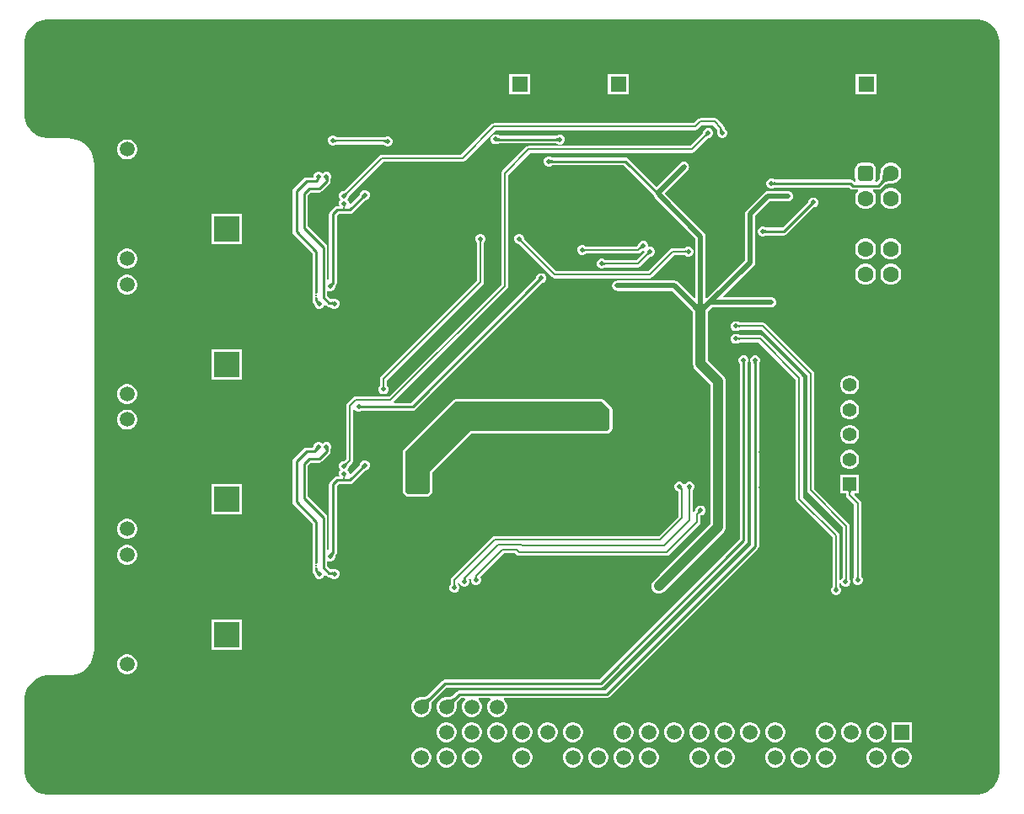
<source format=gbl>
G04*
G04 #@! TF.GenerationSoftware,Altium Limited,Altium Designer,24.1.2 (44)*
G04*
G04 Layer_Physical_Order=4*
G04 Layer_Color=16711680*
%FSLAX44Y44*%
%MOMM*%
G71*
G04*
G04 #@! TF.SameCoordinates,2EF6C2FC-EFCF-4523-B91F-EB5A1425F999*
G04*
G04*
G04 #@! TF.FilePolarity,Positive*
G04*
G01*
G75*
%ADD11C,0.2000*%
%ADD13C,0.2540*%
%ADD65C,1.4000*%
%ADD66R,1.4000X1.4000*%
%ADD67R,1.5500X1.5500*%
%ADD68C,1.5500*%
%ADD69C,2.3000*%
%ADD72C,0.3500*%
%ADD73C,5.0000*%
%ADD75C,1.0000*%
%ADD79C,0.5000*%
%ADD81R,1.5000X1.5000*%
%ADD82C,1.5000*%
%ADD83R,2.5500X2.5500*%
%ADD84C,2.5500*%
%ADD85C,1.5080*%
%ADD86C,1.6000*%
G04:AMPARAMS|DCode=87|XSize=1.6mm|YSize=1.6mm|CornerRadius=0.4mm|HoleSize=0mm|Usage=FLASHONLY|Rotation=270.000|XOffset=0mm|YOffset=0mm|HoleType=Round|Shape=RoundedRectangle|*
%AMROUNDEDRECTD87*
21,1,1.6000,0.8000,0,0,270.0*
21,1,0.8000,1.6000,0,0,270.0*
1,1,0.8000,-0.4000,-0.4000*
1,1,0.8000,-0.4000,0.4000*
1,1,0.8000,0.4000,0.4000*
1,1,0.8000,0.4000,-0.4000*
%
%ADD87ROUNDEDRECTD87*%
%ADD88C,0.5000*%
%ADD89R,0.2540X0.2540*%
%ADD90R,0.2540X0.2794*%
G36*
X25000Y780000D02*
X955000Y780000D01*
X955000Y780000D01*
X955000Y780000D01*
X957462Y780000D01*
X962292Y779039D01*
X966842Y777155D01*
X970937Y774419D01*
X974419Y770937D01*
X977155Y766842D01*
X979039Y762292D01*
X980000Y757462D01*
X980000Y755000D01*
X980000Y25000D01*
X980000Y25000D01*
Y22538D01*
X979039Y17708D01*
X977155Y13158D01*
X974419Y9063D01*
X970937Y5581D01*
X966842Y2845D01*
X962292Y961D01*
X957462Y0D01*
X22537D01*
X17707Y961D01*
X13158Y2845D01*
X9063Y5581D01*
X5581Y9064D01*
X2845Y13158D01*
X961Y17708D01*
X-0Y22538D01*
X0Y25000D01*
Y95000D01*
Y97462D01*
X961Y102292D01*
X2845Y106842D01*
X5581Y110937D01*
X9063Y114419D01*
X13158Y117155D01*
X17708Y119039D01*
X22538Y120000D01*
X45000D01*
X47450Y120120D01*
X52257Y121076D01*
X56785Y122952D01*
X60860Y125675D01*
X64325Y129140D01*
X67048Y133215D01*
X68924Y137743D01*
X69880Y142549D01*
X70000Y145000D01*
X70000Y635000D01*
X70000Y635000D01*
X70000Y635000D01*
X69879Y637450D01*
X68923Y642257D01*
X67048Y646785D01*
X64325Y650860D01*
X60860Y654325D01*
X56785Y657048D01*
X52257Y658923D01*
X47450Y659880D01*
X45000Y660000D01*
X25000Y660000D01*
X25000Y660000D01*
X22538Y660000D01*
X17708Y660961D01*
X13158Y662845D01*
X9063Y665581D01*
X5581Y669063D01*
X2845Y673158D01*
X961Y677708D01*
X0Y682538D01*
Y685000D01*
Y755000D01*
X-0Y757462D01*
X961Y762292D01*
X2845Y766842D01*
X5581Y770937D01*
X9063Y774419D01*
X13158Y777155D01*
X17708Y779039D01*
X22538Y780000D01*
X25000Y780000D01*
D02*
G37*
%LPC*%
G36*
X855750Y724780D02*
X835170D01*
Y704200D01*
X855750D01*
Y724780D01*
D02*
G37*
G36*
X606830D02*
X586250D01*
Y704200D01*
X606830D01*
Y724780D01*
D02*
G37*
G36*
X507770D02*
X487190D01*
Y704200D01*
X507770D01*
Y724780D01*
D02*
G37*
G36*
X693420Y680519D02*
X679450D01*
X678069Y680245D01*
X676898Y679462D01*
X672875Y675439D01*
X471830D01*
X470449Y675165D01*
X469278Y674382D01*
X438505Y643609D01*
X358868D01*
X357487Y643335D01*
X356316Y642552D01*
X321191Y607428D01*
X321144Y607426D01*
X320938Y607378D01*
X320204D01*
X318351Y606611D01*
X316933Y605193D01*
X316166Y603340D01*
Y601335D01*
X316933Y599483D01*
X317888Y598528D01*
X316933Y597573D01*
X316166Y595720D01*
Y593716D01*
X316440Y593055D01*
X315734Y591999D01*
X314348D01*
X312861Y591703D01*
X311601Y590861D01*
X307253Y586513D01*
X306411Y585253D01*
X306115Y583766D01*
Y517548D01*
X305521Y517230D01*
X304263Y517998D01*
Y550522D01*
X303967Y552009D01*
X303125Y553269D01*
X284705Y571689D01*
Y602761D01*
X287509Y605565D01*
X296060D01*
X297547Y605861D01*
X298807Y606703D01*
X306427Y614323D01*
X307269Y615583D01*
X307565Y617070D01*
Y618633D01*
X307567Y618656D01*
X307699Y618787D01*
X308466Y620639D01*
Y622645D01*
X307699Y624497D01*
X306281Y625915D01*
X304429Y626682D01*
X302423D01*
X300571Y625915D01*
X299489Y624833D01*
X298407Y625915D01*
X296555Y626682D01*
X294550D01*
X292697Y625915D01*
X291279Y624497D01*
X290512Y622645D01*
Y620955D01*
X283360D01*
X281873Y620659D01*
X280613Y619817D01*
X270453Y609657D01*
X269611Y608397D01*
X269315Y606910D01*
Y566270D01*
X269611Y564784D01*
X270453Y563523D01*
X289485Y544491D01*
Y505364D01*
X289560Y504989D01*
Y503671D01*
X289512Y503428D01*
Y500634D01*
X289560Y500392D01*
Y500247D01*
X289485Y499872D01*
Y496690D01*
X289560Y496315D01*
Y496062D01*
X289610D01*
X289781Y495204D01*
X290623Y493943D01*
X291140Y493426D01*
Y492878D01*
X291907Y491025D01*
X293325Y489607D01*
X295177Y488840D01*
X297183D01*
X299035Y489607D01*
X300453Y491025D01*
X300907Y492123D01*
X302393Y492433D01*
X303223Y491604D01*
X304483Y490762D01*
X305970Y490466D01*
X307586D01*
X308445Y489607D01*
X310298Y488840D01*
X312302D01*
X314155Y489607D01*
X315573Y491025D01*
X316340Y492878D01*
Y494883D01*
X315573Y496735D01*
X314155Y498153D01*
X312302Y498920D01*
X310298D01*
X308669Y498245D01*
X308519Y498235D01*
X307579D01*
X304263Y501551D01*
Y506062D01*
X305533Y506910D01*
X306234Y506620D01*
X308239D01*
X310091Y507387D01*
X311509Y508805D01*
X312276Y510658D01*
Y511206D01*
X312747Y511677D01*
X313589Y512937D01*
X313885Y514424D01*
Y582157D01*
X315957Y584229D01*
X320571D01*
X320888Y584292D01*
X321206Y584229D01*
X326794D01*
X328281Y584525D01*
X329541Y585367D01*
X342234Y598060D01*
X342783D01*
X344635Y598827D01*
X346053Y600245D01*
X346820Y602098D01*
Y604103D01*
X346053Y605955D01*
X344635Y607373D01*
X342783Y608140D01*
X340778D01*
X338925Y607373D01*
X337507Y605955D01*
X336740Y604103D01*
Y603554D01*
X327516Y594330D01*
X326246Y594856D01*
Y595720D01*
X325479Y597573D01*
X324524Y598528D01*
X325479Y599483D01*
X326246Y601335D01*
Y602070D01*
X326294Y602276D01*
X326296Y602323D01*
X360363Y636391D01*
X440000D01*
X441381Y636665D01*
X442552Y637448D01*
X473325Y668221D01*
X674370D01*
X675751Y668495D01*
X676922Y669278D01*
X680945Y673301D01*
X691925D01*
X696177Y669049D01*
Y667765D01*
X696155Y667045D01*
X696135Y666809D01*
X696000Y666482D01*
Y664477D01*
X696767Y662625D01*
X698185Y661207D01*
X700038Y660440D01*
X702042D01*
X703895Y661207D01*
X705313Y662625D01*
X706080Y664477D01*
Y666482D01*
X705313Y668335D01*
X703895Y669753D01*
X703395Y669960D01*
Y670544D01*
X703120Y671925D01*
X702338Y673096D01*
X695972Y679462D01*
X694801Y680245D01*
X693420Y680519D01*
D02*
G37*
G36*
X474712Y664170D02*
X472707D01*
X470855Y663403D01*
X469437Y661985D01*
X468670Y660133D01*
Y658128D01*
X469437Y656275D01*
X470855Y654857D01*
X472707Y654090D01*
X474712D01*
X476565Y654857D01*
X476888Y655180D01*
X534692D01*
X535145Y654727D01*
X536997Y653960D01*
X539002D01*
X540855Y654727D01*
X542273Y656145D01*
X543040Y657998D01*
Y660003D01*
X542273Y661855D01*
X540855Y663273D01*
X539002Y664040D01*
X536997D01*
X535145Y663273D01*
X534822Y662950D01*
X477018D01*
X476565Y663403D01*
X474712Y664170D01*
D02*
G37*
G36*
X311003Y663040D02*
X308997D01*
X307145Y662273D01*
X305727Y660855D01*
X304960Y659003D01*
Y656998D01*
X305727Y655145D01*
X307145Y653727D01*
X308997Y652960D01*
X311003D01*
X312855Y653727D01*
X312964Y653837D01*
X312976Y653841D01*
X313029Y653857D01*
X313094Y653873D01*
X313140Y653881D01*
X313237Y653891D01*
X360982D01*
X362145Y652727D01*
X363997Y651960D01*
X366003D01*
X367855Y652727D01*
X369273Y654145D01*
X370040Y655997D01*
Y658002D01*
X369273Y659855D01*
X367855Y661273D01*
X366003Y662040D01*
X363997D01*
X362145Y661273D01*
X362036Y661163D01*
X362024Y661159D01*
X361971Y661143D01*
X361906Y661127D01*
X361860Y661119D01*
X361763Y661109D01*
X314018D01*
X312855Y662273D01*
X311003Y663040D01*
D02*
G37*
G36*
X104527Y659040D02*
X101873D01*
X99309Y658353D01*
X97011Y657026D01*
X95134Y655149D01*
X93807Y652851D01*
X93120Y650287D01*
Y647633D01*
X93807Y645069D01*
X95134Y642771D01*
X97011Y640894D01*
X99309Y639567D01*
X101873Y638880D01*
X104527D01*
X107091Y639567D01*
X109389Y640894D01*
X111266Y642771D01*
X112593Y645069D01*
X113280Y647633D01*
Y650287D01*
X112593Y652851D01*
X111266Y655149D01*
X109389Y657026D01*
X107091Y658353D01*
X104527Y659040D01*
D02*
G37*
G36*
X849000Y635596D02*
X841000D01*
X839293Y635372D01*
X837702Y634713D01*
X836336Y633664D01*
X835287Y632298D01*
X834628Y630707D01*
X834404Y629000D01*
Y621000D01*
X834628Y619293D01*
X835175Y617974D01*
X834721Y617021D01*
X834477Y616729D01*
X833626Y616629D01*
X832828Y617427D01*
X831568Y618269D01*
X830081Y618565D01*
X753813D01*
X753425Y618953D01*
X751572Y619720D01*
X749567D01*
X747715Y618953D01*
X746297Y617535D01*
X745530Y615682D01*
Y613677D01*
X746297Y611825D01*
X747715Y610407D01*
X749567Y609640D01*
X751572D01*
X753425Y610407D01*
X753813Y610795D01*
X828472D01*
X829621Y609647D01*
X830881Y608805D01*
X832367Y608509D01*
X837207D01*
X837734Y607239D01*
X836566Y606072D01*
X835178Y603668D01*
X834460Y600988D01*
Y598212D01*
X835178Y595532D01*
X836566Y593128D01*
X838528Y591166D01*
X840932Y589778D01*
X843612Y589060D01*
X846388D01*
X849068Y589778D01*
X851472Y591166D01*
X853434Y593128D01*
X854822Y595532D01*
X855540Y598212D01*
Y600988D01*
X854822Y603668D01*
X853434Y606072D01*
X852266Y607239D01*
X852793Y608509D01*
X857794D01*
X859281Y608805D01*
X860541Y609647D01*
X864308Y613415D01*
X864527Y613555D01*
X864865Y613719D01*
X865318Y613884D01*
X865884Y614039D01*
X866561Y614174D01*
X867315Y614279D01*
X869241Y614403D01*
X870337Y614411D01*
X870577Y614460D01*
X871788D01*
X874468Y615178D01*
X876872Y616566D01*
X878834Y618528D01*
X880222Y620932D01*
X880940Y623612D01*
Y626388D01*
X880222Y629068D01*
X878834Y631472D01*
X876872Y633434D01*
X874468Y634822D01*
X871788Y635540D01*
X869012D01*
X866332Y634822D01*
X863928Y633434D01*
X861966Y631472D01*
X860578Y629068D01*
X859860Y626388D01*
Y625177D01*
X859811Y624937D01*
X859803Y623841D01*
X859679Y621915D01*
X859574Y621161D01*
X859439Y620484D01*
X859284Y619918D01*
X859119Y619465D01*
X858954Y619127D01*
X858815Y618908D01*
X856384Y616478D01*
X855286Y616592D01*
X855087Y616978D01*
X854730Y617744D01*
X855372Y619293D01*
X855596Y621000D01*
Y629000D01*
X855372Y630707D01*
X854713Y632298D01*
X853664Y633664D01*
X852298Y634713D01*
X850707Y635372D01*
X849000Y635596D01*
D02*
G37*
G36*
X871788Y610140D02*
X869012D01*
X866332Y609422D01*
X863928Y608034D01*
X861966Y606072D01*
X860578Y603668D01*
X859860Y600988D01*
Y598212D01*
X860578Y595532D01*
X861966Y593128D01*
X863928Y591166D01*
X866332Y589778D01*
X869012Y589060D01*
X871788D01*
X874468Y589778D01*
X876872Y591166D01*
X878834Y593128D01*
X880222Y595532D01*
X880940Y598212D01*
Y600988D01*
X880222Y603668D01*
X878834Y606072D01*
X876872Y608034D01*
X874468Y609422D01*
X871788Y610140D01*
D02*
G37*
G36*
X793483Y600670D02*
X791478D01*
X789625Y599903D01*
X788207Y598485D01*
X787440Y596632D01*
Y596084D01*
X761661Y570305D01*
X744923D01*
X744535Y570693D01*
X742682Y571460D01*
X740677D01*
X738825Y570693D01*
X737407Y569275D01*
X736640Y567422D01*
Y565418D01*
X737407Y563565D01*
X738825Y562147D01*
X740677Y561380D01*
X742682D01*
X744535Y562147D01*
X744923Y562535D01*
X763270D01*
X764757Y562831D01*
X766017Y563673D01*
X792934Y590590D01*
X793483D01*
X795335Y591357D01*
X796753Y592775D01*
X797520Y594627D01*
Y596632D01*
X796753Y598485D01*
X795335Y599903D01*
X793483Y600670D01*
D02*
G37*
G36*
X218490Y584250D02*
X187910D01*
Y553670D01*
X218490D01*
Y584250D01*
D02*
G37*
G36*
X622794Y556982D02*
X620789D01*
X618937Y556215D01*
X617519Y554797D01*
X616752Y552944D01*
Y552881D01*
X616736Y552852D01*
X616695Y552788D01*
X616663Y552742D01*
X616600Y552666D01*
X615167Y551233D01*
X564111D01*
X564047Y551282D01*
X563179Y552151D01*
X561326Y552918D01*
X559322D01*
X557469Y552151D01*
X556051Y550733D01*
X555284Y548881D01*
Y546875D01*
X556051Y545023D01*
X557469Y543605D01*
X559322Y542838D01*
X561326D01*
X563179Y543605D01*
X563452Y543878D01*
X563500Y543902D01*
X563585Y543967D01*
X563591Y543971D01*
X563600Y543976D01*
X563615Y543983D01*
X563639Y543992D01*
X563676Y544002D01*
X563728Y544013D01*
X563737Y544015D01*
X616662D01*
X618043Y544289D01*
X619214Y545072D01*
X621045Y546902D01*
X622549D01*
X622554Y546899D01*
X623016Y546218D01*
X623174Y545729D01*
X615055Y537609D01*
X583589D01*
X583554Y537641D01*
X583375Y537753D01*
X582855Y538273D01*
X581003Y539040D01*
X578997D01*
X577145Y538273D01*
X575727Y536855D01*
X574960Y535003D01*
Y532998D01*
X575727Y531145D01*
X577145Y529727D01*
X578997Y528960D01*
X581003D01*
X582855Y529727D01*
X583375Y530247D01*
X583554Y530359D01*
X583589Y530391D01*
X616550D01*
X617931Y530665D01*
X619102Y531448D01*
X628665Y541010D01*
X628712Y541012D01*
X628918Y541060D01*
X629652D01*
X631505Y541827D01*
X632923Y543245D01*
X633690Y545098D01*
Y547103D01*
X632923Y548955D01*
X631505Y550373D01*
X629652Y551140D01*
X627648D01*
X626832Y552177D01*
Y552944D01*
X626065Y554797D01*
X624647Y556215D01*
X622794Y556982D01*
D02*
G37*
G36*
X498003Y564040D02*
X495998D01*
X494145Y563273D01*
X492727Y561855D01*
X491960Y560003D01*
Y557998D01*
X492727Y556145D01*
X494145Y554727D01*
X495998Y553960D01*
X496732D01*
X496938Y553912D01*
X496985Y553910D01*
X530448Y520448D01*
X531619Y519665D01*
X533000Y519391D01*
X628000D01*
X629381Y519665D01*
X630552Y520448D01*
X652645Y542541D01*
X663261D01*
X663296Y542509D01*
X663475Y542397D01*
X663995Y541877D01*
X665847Y541110D01*
X667852D01*
X669705Y541877D01*
X671123Y543295D01*
X671890Y545148D01*
Y547152D01*
X671123Y549005D01*
X669705Y550423D01*
X667852Y551190D01*
X665847D01*
X663995Y550423D01*
X663475Y549903D01*
X663296Y549791D01*
X663261Y549759D01*
X651150D01*
X649769Y549485D01*
X648598Y548702D01*
X626505Y526609D01*
X534495D01*
X502090Y559015D01*
X502088Y559062D01*
X502040Y559268D01*
Y560003D01*
X501273Y561855D01*
X499855Y563273D01*
X498003Y564040D01*
D02*
G37*
G36*
X871788Y559340D02*
X869012D01*
X866332Y558622D01*
X863928Y557234D01*
X861966Y555272D01*
X860578Y552868D01*
X859860Y550188D01*
Y547412D01*
X860578Y544732D01*
X861966Y542328D01*
X863928Y540366D01*
X866332Y538978D01*
X869012Y538260D01*
X871788D01*
X874468Y538978D01*
X876872Y540366D01*
X878834Y542328D01*
X880222Y544732D01*
X880940Y547412D01*
Y550188D01*
X880222Y552868D01*
X878834Y555272D01*
X876872Y557234D01*
X874468Y558622D01*
X871788Y559340D01*
D02*
G37*
G36*
X846388D02*
X843612D01*
X840932Y558622D01*
X838528Y557234D01*
X836566Y555272D01*
X835178Y552868D01*
X834460Y550188D01*
Y547412D01*
X835178Y544732D01*
X836566Y542328D01*
X838528Y540366D01*
X840932Y538978D01*
X843612Y538260D01*
X846388D01*
X849068Y538978D01*
X851472Y540366D01*
X853434Y542328D01*
X854822Y544732D01*
X855540Y547412D01*
Y550188D01*
X854822Y552868D01*
X853434Y555272D01*
X851472Y557234D01*
X849068Y558622D01*
X846388Y559340D01*
D02*
G37*
G36*
X104527Y549040D02*
X101873D01*
X99309Y548353D01*
X97011Y547026D01*
X95134Y545149D01*
X93807Y542851D01*
X93120Y540287D01*
Y537633D01*
X93807Y535069D01*
X95134Y532771D01*
X97011Y530894D01*
X99309Y529567D01*
X101873Y528880D01*
X104527D01*
X107091Y529567D01*
X109389Y530894D01*
X111266Y532771D01*
X112593Y535069D01*
X113280Y537633D01*
Y540287D01*
X112593Y542851D01*
X111266Y545149D01*
X109389Y547026D01*
X107091Y548353D01*
X104527Y549040D01*
D02*
G37*
G36*
X871788Y533940D02*
X869012D01*
X866332Y533222D01*
X863928Y531834D01*
X861966Y529872D01*
X860578Y527468D01*
X859860Y524788D01*
Y522012D01*
X860578Y519332D01*
X861966Y516928D01*
X863928Y514966D01*
X866332Y513578D01*
X869012Y512860D01*
X871788D01*
X874468Y513578D01*
X876872Y514966D01*
X878834Y516928D01*
X880222Y519332D01*
X880940Y522012D01*
Y524788D01*
X880222Y527468D01*
X878834Y529872D01*
X876872Y531834D01*
X874468Y533222D01*
X871788Y533940D01*
D02*
G37*
G36*
X846388D02*
X843612D01*
X840932Y533222D01*
X838528Y531834D01*
X836566Y529872D01*
X835178Y527468D01*
X834460Y524788D01*
Y522012D01*
X835178Y519332D01*
X836566Y516928D01*
X838528Y514966D01*
X840932Y513578D01*
X843612Y512860D01*
X846388D01*
X849068Y513578D01*
X851472Y514966D01*
X853434Y516928D01*
X854822Y519332D01*
X855540Y522012D01*
Y524788D01*
X854822Y527468D01*
X853434Y529872D01*
X851472Y531834D01*
X849068Y533222D01*
X846388Y533940D01*
D02*
G37*
G36*
X104527Y523010D02*
X101873D01*
X99309Y522323D01*
X97011Y520996D01*
X95134Y519119D01*
X93807Y516821D01*
X93120Y514257D01*
Y511603D01*
X93807Y509039D01*
X95134Y506741D01*
X97011Y504864D01*
X99309Y503537D01*
X101873Y502850D01*
X104527D01*
X107091Y503537D01*
X109389Y504864D01*
X111266Y506741D01*
X112593Y509039D01*
X113280Y511603D01*
Y514257D01*
X112593Y516821D01*
X111266Y519119D01*
X109389Y520996D01*
X107091Y522323D01*
X104527Y523010D01*
D02*
G37*
G36*
X528003Y642040D02*
X525998D01*
X524145Y641273D01*
X522727Y639855D01*
X521960Y638003D01*
Y635998D01*
X522727Y634145D01*
X524145Y632727D01*
X525998Y631960D01*
X528003D01*
X529855Y632727D01*
X530243Y633115D01*
X602181D01*
X630792Y604504D01*
X631853Y603372D01*
X632440Y602664D01*
X632500Y602581D01*
Y602248D01*
X632694Y601780D01*
X632792Y601283D01*
X633074Y600863D01*
X633267Y600395D01*
X633625Y600037D01*
X633906Y599616D01*
X674103Y559420D01*
Y499711D01*
X672929Y499225D01*
X656711Y515444D01*
X655044Y516558D01*
X653077Y516949D01*
X650223D01*
X650003Y517040D01*
X647998D01*
X647777Y516949D01*
X595630D01*
X595134Y516850D01*
X594627D01*
X594160Y516656D01*
X593663Y516558D01*
X593243Y516276D01*
X592775Y516083D01*
X592417Y515725D01*
X591996Y515444D01*
X591715Y515023D01*
X591357Y514665D01*
X591164Y514197D01*
X590882Y513777D01*
X590784Y513280D01*
X590590Y512812D01*
Y512306D01*
X590491Y511810D01*
X590590Y511314D01*
Y510807D01*
X590784Y510340D01*
X590882Y509843D01*
X591164Y509423D01*
X591357Y508955D01*
X591715Y508597D01*
X591996Y508176D01*
X592417Y507895D01*
X592775Y507537D01*
X593243Y507344D01*
X593663Y507062D01*
X594160Y506964D01*
X594627Y506770D01*
X595134D01*
X595630Y506671D01*
X650949D01*
X667559Y490061D01*
X669809Y487651D01*
X671083Y486107D01*
X671460Y485582D01*
X671636Y485292D01*
Y433279D01*
X671896Y431310D01*
X672655Y429476D01*
X673864Y427901D01*
X689625Y412140D01*
Y272390D01*
X638512Y221278D01*
X638512Y221278D01*
X632162Y214928D01*
X630954Y213353D01*
X630194Y211518D01*
X629935Y209550D01*
X630194Y207582D01*
X630954Y205748D01*
X632162Y204172D01*
X633737Y202964D01*
X635572Y202204D01*
X637540Y201945D01*
X639508Y202204D01*
X641342Y202964D01*
X642918Y204172D01*
X649268Y210522D01*
X649268Y210522D01*
X702608Y263862D01*
X703816Y265438D01*
X704576Y267272D01*
X704835Y269240D01*
Y415290D01*
X704576Y417258D01*
X703816Y419092D01*
X702608Y420668D01*
X686846Y436429D01*
Y485646D01*
X686807Y485945D01*
X690884Y490021D01*
X750354D01*
X750850Y490120D01*
X751356D01*
X751824Y490314D01*
X752320Y490412D01*
X752741Y490694D01*
X753209Y490887D01*
X753567Y491245D01*
X753987Y491526D01*
X754268Y491947D01*
X754626Y492305D01*
X754820Y492773D01*
X755101Y493194D01*
X755200Y493690D01*
X755394Y494157D01*
Y494664D01*
X755492Y495160D01*
X755394Y495656D01*
Y496162D01*
X755200Y496630D01*
X755101Y497127D01*
X754820Y497547D01*
X754626Y498015D01*
X754268Y498373D01*
X753987Y498794D01*
X753567Y499075D01*
X753209Y499433D01*
X752741Y499626D01*
X752320Y499908D01*
X751824Y500006D01*
X751356Y500200D01*
X750850D01*
X750354Y500299D01*
X702821D01*
X702335Y501472D01*
X732614Y531751D01*
X733728Y533418D01*
X734119Y535385D01*
Y582071D01*
X748888Y596841D01*
X767080D01*
X767576Y596940D01*
X768083D01*
X768550Y597134D01*
X769046Y597232D01*
X769467Y597514D01*
X769935Y597707D01*
X770293Y598065D01*
X770714Y598346D01*
X770995Y598767D01*
X771353Y599125D01*
X771546Y599593D01*
X771828Y600014D01*
X771926Y600510D01*
X772120Y600978D01*
Y601484D01*
X772219Y601980D01*
X772120Y602476D01*
Y602982D01*
X771926Y603450D01*
X771828Y603946D01*
X771546Y604367D01*
X771353Y604835D01*
X770995Y605193D01*
X770714Y605614D01*
X770293Y605895D01*
X769935Y606253D01*
X769467Y606446D01*
X769046Y606728D01*
X768550Y606826D01*
X768083Y607020D01*
X767576D01*
X767080Y607119D01*
X746760D01*
X744793Y606728D01*
X743126Y605614D01*
X725346Y587834D01*
X724232Y586166D01*
X723841Y584200D01*
Y537513D01*
X685650Y499322D01*
X684380Y499848D01*
Y561549D01*
X683989Y563515D01*
X682875Y565182D01*
X643177Y604880D01*
X666214Y627916D01*
X666495Y628337D01*
X666853Y628695D01*
X667046Y629163D01*
X667328Y629584D01*
X667426Y630080D01*
X667620Y630547D01*
Y631054D01*
X667719Y631550D01*
X667620Y632046D01*
Y632552D01*
X667426Y633020D01*
X667328Y633517D01*
X667046Y633937D01*
X666853Y634405D01*
X666495Y634763D01*
X666214Y635184D01*
X665793Y635465D01*
X665435Y635823D01*
X664967Y636016D01*
X664547Y636298D01*
X664050Y636396D01*
X663583Y636590D01*
X663076D01*
X662580Y636689D01*
X662084Y636590D01*
X661578D01*
X661110Y636396D01*
X660613Y636298D01*
X660193Y636016D01*
X659725Y635823D01*
X659367Y635465D01*
X658946Y635184D01*
X635023Y611260D01*
X606537Y639747D01*
X605277Y640589D01*
X603790Y640885D01*
X530243D01*
X529855Y641273D01*
X528003Y642040D01*
D02*
G37*
G36*
X218490Y448220D02*
X187910D01*
Y417640D01*
X218490D01*
Y448220D01*
D02*
G37*
G36*
X830356Y421770D02*
X827844D01*
X825418Y421120D01*
X823242Y419864D01*
X821466Y418088D01*
X820210Y415912D01*
X819560Y413486D01*
Y410974D01*
X820210Y408548D01*
X821466Y406372D01*
X823242Y404596D01*
X825418Y403340D01*
X827844Y402690D01*
X830356D01*
X832782Y403340D01*
X834958Y404596D01*
X836734Y406372D01*
X837990Y408548D01*
X838640Y410974D01*
Y413486D01*
X837990Y415912D01*
X836734Y418088D01*
X834958Y419864D01*
X832782Y421120D01*
X830356Y421770D01*
D02*
G37*
G36*
X459272Y564040D02*
X457267D01*
X455415Y563273D01*
X453997Y561855D01*
X453230Y560003D01*
Y557998D01*
X453997Y556145D01*
X454517Y555625D01*
X454629Y555446D01*
X454661Y555411D01*
Y516915D01*
X358128Y420382D01*
X357345Y419211D01*
X357071Y417830D01*
Y411259D01*
X357039Y411224D01*
X356927Y411045D01*
X356407Y410525D01*
X355640Y408672D01*
Y406668D01*
X356407Y404815D01*
X357825Y403397D01*
X359678Y402630D01*
X361683D01*
X363535Y403397D01*
X364953Y404815D01*
X365720Y406668D01*
Y408672D01*
X364953Y410525D01*
X364433Y411045D01*
X364321Y411224D01*
X364289Y411259D01*
Y416335D01*
X460822Y512868D01*
X461605Y514039D01*
X461879Y515420D01*
Y555411D01*
X461911Y555446D01*
X462023Y555625D01*
X462543Y556145D01*
X463310Y557998D01*
Y560003D01*
X462543Y561855D01*
X461125Y563273D01*
X459272Y564040D01*
D02*
G37*
G36*
X688073Y670520D02*
X686068D01*
X684215Y669753D01*
X682797Y668335D01*
X682030Y666482D01*
Y665748D01*
X681982Y665542D01*
X681980Y665495D01*
X669065Y652579D01*
X506730D01*
X505349Y652305D01*
X504178Y651522D01*
X479948Y627292D01*
X479165Y626121D01*
X478891Y624740D01*
Y513205D01*
X366295Y400609D01*
X333000D01*
X333000Y400609D01*
X331619Y400335D01*
X330448Y399552D01*
X324448Y393552D01*
X323665Y392381D01*
X323391Y391000D01*
Y337847D01*
X321191Y335648D01*
X321144Y335646D01*
X320938Y335598D01*
X320204D01*
X318351Y334831D01*
X316933Y333413D01*
X316166Y331561D01*
Y329556D01*
X316933Y327703D01*
X317888Y326748D01*
X316933Y325793D01*
X316166Y323941D01*
Y321936D01*
X316440Y321275D01*
X315734Y320219D01*
X314348D01*
X312861Y319923D01*
X311601Y319081D01*
X307253Y314733D01*
X306411Y313473D01*
X306115Y311986D01*
Y245768D01*
X305521Y245450D01*
X304263Y246218D01*
Y278742D01*
X303967Y280229D01*
X303125Y281489D01*
X284705Y299909D01*
Y330981D01*
X287509Y333785D01*
X296060D01*
X297547Y334081D01*
X298807Y334923D01*
X306427Y342543D01*
X307269Y343803D01*
X307565Y345290D01*
Y346853D01*
X307567Y346875D01*
X307699Y347007D01*
X308466Y348859D01*
Y350864D01*
X307699Y352717D01*
X306281Y354135D01*
X304429Y354902D01*
X302423D01*
X300571Y354135D01*
X299489Y353053D01*
X298407Y354135D01*
X296555Y354902D01*
X294550D01*
X292697Y354135D01*
X291279Y352717D01*
X290512Y350864D01*
Y350316D01*
X289371Y349175D01*
X283360D01*
X281873Y348879D01*
X280613Y348037D01*
X270453Y337877D01*
X269611Y336617D01*
X269315Y335130D01*
Y294490D01*
X269611Y293004D01*
X270453Y291743D01*
X289485Y272711D01*
Y233584D01*
X289560Y233209D01*
Y231891D01*
X289512Y231648D01*
Y228854D01*
X289560Y228612D01*
Y228467D01*
X289485Y228092D01*
Y224910D01*
X289560Y224535D01*
Y224282D01*
X289610D01*
X289781Y223424D01*
X290623Y222163D01*
X291140Y221646D01*
Y221098D01*
X291907Y219245D01*
X293325Y217827D01*
X295177Y217060D01*
X297183D01*
X299035Y217827D01*
X300453Y219245D01*
X300907Y220343D01*
X302393Y220653D01*
X303223Y219824D01*
X304483Y218982D01*
X305970Y218686D01*
X307586D01*
X308445Y217827D01*
X310298Y217060D01*
X312302D01*
X314155Y217827D01*
X315573Y219245D01*
X316340Y221098D01*
Y223102D01*
X315573Y224955D01*
X314155Y226373D01*
X312302Y227140D01*
X310298D01*
X308669Y226465D01*
X308519Y226455D01*
X307579D01*
X304263Y229771D01*
Y234282D01*
X305533Y235130D01*
X306234Y234840D01*
X308239D01*
X310091Y235607D01*
X311509Y237025D01*
X312276Y238878D01*
Y240092D01*
X312747Y240563D01*
X313589Y241823D01*
X313885Y243310D01*
Y310377D01*
X315957Y312449D01*
X320571D01*
X320888Y312512D01*
X321206Y312449D01*
X326794D01*
X328281Y312745D01*
X329541Y313587D01*
X342234Y326280D01*
X342783D01*
X344635Y327047D01*
X346053Y328465D01*
X346820Y330317D01*
Y332323D01*
X346053Y334175D01*
X344635Y335593D01*
X342783Y336360D01*
X340778D01*
X338925Y335593D01*
X337507Y334175D01*
X336740Y332323D01*
Y331774D01*
X327516Y322550D01*
X326246Y323076D01*
Y323941D01*
X325479Y325793D01*
X324524Y326748D01*
X325479Y327703D01*
X326246Y329556D01*
Y330290D01*
X326294Y330496D01*
X326296Y330543D01*
X329552Y333800D01*
X330335Y334971D01*
X330609Y336352D01*
Y386604D01*
X331163Y386872D01*
X331879Y386993D01*
X333145Y385727D01*
X334997Y384960D01*
X337002D01*
X338855Y385727D01*
X339243Y386115D01*
X390000D01*
X391487Y386411D01*
X392747Y387253D01*
X519884Y514390D01*
X520433D01*
X522285Y515157D01*
X523703Y516575D01*
X524470Y518428D01*
Y520433D01*
X523703Y522285D01*
X522285Y523703D01*
X520433Y524470D01*
X518428D01*
X516575Y523703D01*
X515157Y522285D01*
X514390Y520433D01*
Y519884D01*
X388391Y393885D01*
X371575D01*
X371049Y395155D01*
X485052Y509158D01*
X485835Y510329D01*
X486109Y511710D01*
Y623245D01*
X508225Y645361D01*
X670560D01*
X671941Y645635D01*
X673112Y646418D01*
X687085Y660390D01*
X687132Y660392D01*
X687338Y660440D01*
X688073D01*
X689925Y661207D01*
X691343Y662625D01*
X692110Y664477D01*
Y666482D01*
X691343Y668335D01*
X689925Y669753D01*
X688073Y670520D01*
D02*
G37*
G36*
X104527Y413010D02*
X101873D01*
X99309Y412323D01*
X97011Y410996D01*
X95134Y409119D01*
X93807Y406821D01*
X93120Y404257D01*
Y401603D01*
X93807Y399039D01*
X95134Y396741D01*
X97011Y394864D01*
X99309Y393537D01*
X101873Y392850D01*
X104527D01*
X107091Y393537D01*
X109389Y394864D01*
X111266Y396741D01*
X112593Y399039D01*
X113280Y401603D01*
Y404257D01*
X112593Y406821D01*
X111266Y409119D01*
X109389Y410996D01*
X107091Y412323D01*
X104527Y413010D01*
D02*
G37*
G36*
X830356Y396770D02*
X827844D01*
X825418Y396120D01*
X823242Y394864D01*
X821466Y393088D01*
X820210Y390912D01*
X819560Y388486D01*
Y385974D01*
X820210Y383548D01*
X821466Y381372D01*
X823242Y379596D01*
X825418Y378340D01*
X827844Y377690D01*
X830356D01*
X832782Y378340D01*
X834958Y379596D01*
X836734Y381372D01*
X837990Y383548D01*
X838640Y385974D01*
Y388486D01*
X837990Y390912D01*
X836734Y393088D01*
X834958Y394864D01*
X832782Y396120D01*
X830356Y396770D01*
D02*
G37*
G36*
X104527Y387256D02*
X101873D01*
X99309Y386569D01*
X97011Y385242D01*
X95134Y383365D01*
X93807Y381067D01*
X93120Y378503D01*
Y375849D01*
X93807Y373285D01*
X95134Y370987D01*
X97011Y369110D01*
X99309Y367783D01*
X101873Y367096D01*
X104527D01*
X107091Y367783D01*
X109389Y369110D01*
X111266Y370987D01*
X112593Y373285D01*
X113280Y375849D01*
Y378503D01*
X112593Y381067D01*
X111266Y383365D01*
X109389Y385242D01*
X107091Y386569D01*
X104527Y387256D01*
D02*
G37*
G36*
X830356Y371770D02*
X827844D01*
X825418Y371120D01*
X823242Y369864D01*
X821466Y368088D01*
X820210Y365912D01*
X819560Y363486D01*
Y360974D01*
X820210Y358548D01*
X821466Y356372D01*
X823242Y354596D01*
X825418Y353340D01*
X827844Y352690D01*
X830356D01*
X832782Y353340D01*
X834958Y354596D01*
X836734Y356372D01*
X837990Y358548D01*
X838640Y360974D01*
Y363486D01*
X837990Y365912D01*
X836734Y368088D01*
X834958Y369864D01*
X832782Y371120D01*
X830356Y371770D01*
D02*
G37*
G36*
Y346770D02*
X827844D01*
X825418Y346120D01*
X823242Y344864D01*
X821466Y343088D01*
X820210Y340912D01*
X819560Y338486D01*
Y335974D01*
X820210Y333548D01*
X821466Y331372D01*
X823242Y329596D01*
X825418Y328340D01*
X827844Y327690D01*
X830356D01*
X832782Y328340D01*
X834958Y329596D01*
X836734Y331372D01*
X837990Y333548D01*
X838640Y335974D01*
Y338486D01*
X837990Y340912D01*
X836734Y343088D01*
X834958Y344864D01*
X832782Y346120D01*
X830356Y346770D01*
D02*
G37*
G36*
X669023Y314920D02*
X667018D01*
X665165Y314153D01*
X663747Y312735D01*
X663627Y312445D01*
X662253D01*
X662133Y312735D01*
X660715Y314153D01*
X658863Y314920D01*
X656858D01*
X655005Y314153D01*
X653587Y312735D01*
X652820Y310882D01*
Y308878D01*
X653587Y307025D01*
X655005Y305607D01*
X656791Y304868D01*
Y279625D01*
X637315Y260149D01*
X472440D01*
X471059Y259875D01*
X469888Y259092D01*
X429448Y218652D01*
X428665Y217481D01*
X428391Y216100D01*
Y211589D01*
X428359Y211554D01*
X428247Y211374D01*
X427727Y210855D01*
X426960Y209002D01*
Y206998D01*
X427727Y205145D01*
X429145Y203727D01*
X430998Y202960D01*
X433003D01*
X434855Y203727D01*
X436273Y205145D01*
X437040Y206998D01*
Y209002D01*
X436273Y210855D01*
X435753Y211374D01*
X435641Y211554D01*
X435609Y211589D01*
Y213344D01*
X435690Y213398D01*
X436209Y213234D01*
X437050Y212780D01*
X437727Y211145D01*
X439145Y209727D01*
X440998Y208960D01*
X443003D01*
X444855Y209727D01*
X446273Y211145D01*
X447040Y212997D01*
Y215002D01*
X446412Y216518D01*
X447712Y217818D01*
X448789Y217099D01*
X448602Y216649D01*
Y214643D01*
X449370Y212791D01*
X450788Y211373D01*
X452640Y210606D01*
X454645D01*
X456497Y211373D01*
X457915Y212791D01*
X458683Y214643D01*
Y216649D01*
X457915Y218501D01*
X457600Y218816D01*
X481555Y242771D01*
X492878D01*
X494361Y241288D01*
X495532Y240505D01*
X496913Y240231D01*
X645160D01*
X646541Y240505D01*
X647712Y241288D01*
X678192Y271768D01*
X678975Y272939D01*
X679249Y274320D01*
Y280445D01*
X679465Y280660D01*
X679512Y280662D01*
X679718Y280710D01*
X680452D01*
X682305Y281477D01*
X683723Y282895D01*
X684490Y284748D01*
Y286752D01*
X683723Y288605D01*
X682305Y290023D01*
X680452Y290790D01*
X678447D01*
X676595Y290023D01*
X675177Y288605D01*
X674410Y286752D01*
Y286018D01*
X674362Y285812D01*
X674360Y285765D01*
X673088Y284492D01*
X672899Y284210D01*
X671629Y284595D01*
Y306291D01*
X671661Y306326D01*
X671773Y306506D01*
X672293Y307025D01*
X673060Y308878D01*
Y310882D01*
X672293Y312735D01*
X670875Y314153D01*
X669023Y314920D01*
D02*
G37*
G36*
X580390Y397560D02*
X432470D01*
X431479Y397363D01*
X430639Y396801D01*
X380669Y346831D01*
X380107Y345991D01*
X379910Y345000D01*
Y305000D01*
X380107Y304009D01*
X380669Y303169D01*
X383169Y300669D01*
X384009Y300107D01*
X385000Y299910D01*
X405000D01*
X405991Y300107D01*
X406831Y300669D01*
X409331Y303169D01*
X409893Y304009D01*
X410090Y305000D01*
Y323927D01*
X449333Y363170D01*
X585470D01*
X586461Y363367D01*
X587301Y363929D01*
X589841Y366469D01*
X590403Y367309D01*
X590600Y368300D01*
X590600Y387350D01*
X590403Y388341D01*
X589841Y389181D01*
X582221Y396801D01*
X581381Y397363D01*
X580390Y397560D01*
D02*
G37*
G36*
X218490Y312466D02*
X187910D01*
Y281886D01*
X218490D01*
Y312466D01*
D02*
G37*
G36*
X104527Y277256D02*
X101873D01*
X99309Y276569D01*
X97011Y275242D01*
X95134Y273365D01*
X93807Y271067D01*
X93120Y268503D01*
Y265849D01*
X93807Y263285D01*
X95134Y260987D01*
X97011Y259110D01*
X99309Y257783D01*
X101873Y257096D01*
X104527D01*
X107091Y257783D01*
X109389Y259110D01*
X111266Y260987D01*
X112593Y263285D01*
X113280Y265849D01*
Y268503D01*
X112593Y271067D01*
X111266Y273365D01*
X109389Y275242D01*
X107091Y276569D01*
X104527Y277256D01*
D02*
G37*
G36*
Y251230D02*
X101873D01*
X99309Y250543D01*
X97011Y249216D01*
X95134Y247339D01*
X93807Y245041D01*
X93120Y242477D01*
Y239823D01*
X93807Y237259D01*
X95134Y234961D01*
X97011Y233084D01*
X99309Y231757D01*
X101873Y231070D01*
X104527D01*
X107091Y231757D01*
X109389Y233084D01*
X111266Y234961D01*
X112593Y237259D01*
X113280Y239823D01*
Y242477D01*
X112593Y245041D01*
X111266Y247339D01*
X109389Y249216D01*
X107091Y250543D01*
X104527Y251230D01*
D02*
G37*
G36*
X716012Y476210D02*
X714007D01*
X712155Y475443D01*
X710737Y474025D01*
X709970Y472173D01*
Y470168D01*
X710737Y468315D01*
X712155Y466897D01*
X714007Y466130D01*
X716012D01*
X717865Y466897D01*
X718384Y467417D01*
X718564Y467529D01*
X718599Y467561D01*
X740185D01*
X786331Y421415D01*
Y306070D01*
X786605Y304689D01*
X787388Y303518D01*
X822071Y268835D01*
Y218198D01*
X820727Y216855D01*
X820219Y215629D01*
X818949Y215881D01*
Y260350D01*
X818675Y261731D01*
X817892Y262902D01*
X782119Y298675D01*
Y419100D01*
X781845Y420481D01*
X781062Y421652D01*
X741692Y461022D01*
X740521Y461805D01*
X739140Y462079D01*
X718599D01*
X718564Y462111D01*
X718384Y462223D01*
X717865Y462743D01*
X716012Y463510D01*
X714007D01*
X712155Y462743D01*
X710737Y461325D01*
X709970Y459473D01*
Y457467D01*
X710737Y455615D01*
X712155Y454197D01*
X714007Y453430D01*
X716012D01*
X717865Y454197D01*
X718384Y454717D01*
X718564Y454829D01*
X718599Y454861D01*
X737645D01*
X774901Y417605D01*
Y297180D01*
X775175Y295799D01*
X775958Y294628D01*
X811731Y258855D01*
Y209329D01*
X811699Y209294D01*
X811587Y209114D01*
X811067Y208595D01*
X810300Y206742D01*
Y204737D01*
X811067Y202885D01*
X812485Y201467D01*
X814337Y200700D01*
X816342D01*
X818195Y201467D01*
X819613Y202885D01*
X820380Y204737D01*
Y206742D01*
X819613Y208595D01*
X819093Y209114D01*
X818981Y209294D01*
X818949Y209329D01*
Y212119D01*
X820219Y212371D01*
X820727Y211145D01*
X822145Y209727D01*
X823997Y208960D01*
X826003D01*
X827855Y209727D01*
X829273Y211145D01*
X830040Y212997D01*
Y215002D01*
X829289Y216815D01*
Y270330D01*
X829289Y270330D01*
X829015Y271711D01*
X828232Y272882D01*
X793549Y307565D01*
Y422910D01*
X793275Y424291D01*
X792492Y425462D01*
X744232Y473722D01*
X743061Y474505D01*
X741680Y474779D01*
X718599D01*
X718564Y474811D01*
X718384Y474923D01*
X717865Y475443D01*
X716012Y476210D01*
D02*
G37*
G36*
X838640Y321770D02*
X819560D01*
Y302690D01*
X825491D01*
Y301200D01*
X825765Y299819D01*
X826548Y298648D01*
X833573Y291622D01*
Y219235D01*
X833541Y219200D01*
X833429Y219021D01*
X832910Y218501D01*
X832142Y216649D01*
Y214643D01*
X832910Y212791D01*
X834328Y211373D01*
X836180Y210606D01*
X838185D01*
X840038Y211373D01*
X841455Y212791D01*
X842223Y214643D01*
Y216649D01*
X841455Y218501D01*
X840936Y219021D01*
X840824Y219200D01*
X840792Y219235D01*
Y293118D01*
X840517Y294499D01*
X839735Y295670D01*
X833888Y301517D01*
X834374Y302690D01*
X838640D01*
Y321770D01*
D02*
G37*
G36*
X218490Y176440D02*
X187910D01*
Y145860D01*
X218490D01*
Y176440D01*
D02*
G37*
G36*
X104527Y141230D02*
X101873D01*
X99309Y140543D01*
X97011Y139216D01*
X95134Y137339D01*
X93807Y135041D01*
X93120Y132477D01*
Y129823D01*
X93807Y127259D01*
X95134Y124961D01*
X97011Y123084D01*
X99309Y121757D01*
X101873Y121070D01*
X104527D01*
X107091Y121757D01*
X109389Y123084D01*
X111266Y124961D01*
X112593Y127259D01*
X113280Y129823D01*
Y132477D01*
X112593Y135041D01*
X111266Y137339D01*
X109389Y139216D01*
X107091Y140543D01*
X104527Y141230D01*
D02*
G37*
G36*
X735062Y441920D02*
X733057D01*
X731205Y441153D01*
X729787Y439735D01*
X729020Y437882D01*
Y435877D01*
X729787Y434025D01*
X730175Y433637D01*
Y251669D01*
X583191Y104685D01*
X436800D01*
X435313Y104389D01*
X434053Y103547D01*
X429622Y99115D01*
X429431Y98991D01*
X429125Y98840D01*
X428716Y98686D01*
X428205Y98541D01*
X427592Y98414D01*
X426912Y98316D01*
X425155Y98197D01*
X424156Y98189D01*
X423917Y98140D01*
X422778D01*
X420225Y97456D01*
X417935Y96134D01*
X416066Y94265D01*
X414744Y91975D01*
X414060Y89422D01*
Y86778D01*
X414744Y84225D01*
X416066Y81935D01*
X417935Y80066D01*
X420225Y78744D01*
X422778Y78060D01*
X425422D01*
X427975Y78744D01*
X430265Y80066D01*
X432134Y81935D01*
X433456Y84225D01*
X434140Y86778D01*
Y87917D01*
X434189Y88156D01*
X434197Y89155D01*
X434316Y90912D01*
X434414Y91592D01*
X434541Y92205D01*
X434685Y92716D01*
X434840Y93125D01*
X434991Y93431D01*
X435115Y93622D01*
X438409Y96915D01*
X442321D01*
X442847Y95645D01*
X441466Y94265D01*
X440144Y91975D01*
X439460Y89422D01*
Y86778D01*
X440144Y84225D01*
X441466Y81935D01*
X443335Y80066D01*
X445625Y78744D01*
X448178Y78060D01*
X450822D01*
X453375Y78744D01*
X455665Y80066D01*
X457534Y81935D01*
X458856Y84225D01*
X459540Y86778D01*
Y89422D01*
X458856Y91975D01*
X457534Y94265D01*
X456153Y95645D01*
X456679Y96915D01*
X467721D01*
X468247Y95645D01*
X466866Y94265D01*
X465544Y91975D01*
X464860Y89422D01*
Y86778D01*
X465544Y84225D01*
X466866Y81935D01*
X468735Y80066D01*
X471025Y78744D01*
X473578Y78060D01*
X476222D01*
X478775Y78744D01*
X481065Y80066D01*
X482934Y81935D01*
X484256Y84225D01*
X484940Y86778D01*
Y89422D01*
X484256Y91975D01*
X482934Y94265D01*
X481553Y95645D01*
X482079Y96915D01*
X584800D01*
X586287Y97211D01*
X587547Y98053D01*
X736807Y247313D01*
X737649Y248573D01*
X737945Y250060D01*
Y433637D01*
X738333Y434025D01*
X739100Y435877D01*
Y437882D01*
X738333Y439735D01*
X736915Y441153D01*
X735062Y441920D01*
D02*
G37*
G36*
X723633D02*
X721628D01*
X719775Y441153D01*
X718357Y439735D01*
X717590Y437882D01*
Y435877D01*
X718357Y434025D01*
X718745Y433637D01*
Y256879D01*
X577511Y115645D01*
X422360D01*
X420873Y115349D01*
X419613Y114507D01*
X404222Y99115D01*
X404031Y98991D01*
X403725Y98840D01*
X403316Y98686D01*
X402805Y98541D01*
X402192Y98414D01*
X401512Y98316D01*
X399755Y98197D01*
X398756Y98189D01*
X398517Y98140D01*
X397378D01*
X394825Y97456D01*
X392535Y96134D01*
X390666Y94265D01*
X389344Y91975D01*
X388660Y89422D01*
Y86778D01*
X389344Y84225D01*
X390666Y81935D01*
X392535Y80066D01*
X394825Y78744D01*
X397378Y78060D01*
X400022D01*
X402575Y78744D01*
X404865Y80066D01*
X406734Y81935D01*
X408056Y84225D01*
X408740Y86778D01*
Y87917D01*
X408789Y88156D01*
X408797Y89155D01*
X408916Y90912D01*
X409014Y91592D01*
X409141Y92205D01*
X409285Y92716D01*
X409440Y93125D01*
X409591Y93431D01*
X409715Y93622D01*
X423969Y107875D01*
X579120D01*
X580607Y108171D01*
X581867Y109013D01*
X725377Y252523D01*
X726219Y253783D01*
X726515Y255270D01*
Y433637D01*
X726903Y434025D01*
X727670Y435877D01*
Y437882D01*
X726903Y439735D01*
X725485Y441153D01*
X723633Y441920D01*
D02*
G37*
G36*
X891340Y72740D02*
X871260D01*
Y52660D01*
X891340D01*
Y72740D01*
D02*
G37*
G36*
X857222D02*
X854578D01*
X852025Y72056D01*
X849735Y70734D01*
X847866Y68865D01*
X846544Y66575D01*
X845860Y64022D01*
Y61378D01*
X846544Y58825D01*
X847866Y56535D01*
X849735Y54666D01*
X852025Y53344D01*
X854578Y52660D01*
X857222D01*
X859775Y53344D01*
X862065Y54666D01*
X863934Y56535D01*
X865256Y58825D01*
X865940Y61378D01*
Y64022D01*
X865256Y66575D01*
X863934Y68865D01*
X862065Y70734D01*
X859775Y72056D01*
X857222Y72740D01*
D02*
G37*
G36*
X831822D02*
X829178D01*
X826625Y72056D01*
X824335Y70734D01*
X822466Y68865D01*
X821144Y66575D01*
X820460Y64022D01*
Y61378D01*
X821144Y58825D01*
X822466Y56535D01*
X824335Y54666D01*
X826625Y53344D01*
X829178Y52660D01*
X831822D01*
X834375Y53344D01*
X836665Y54666D01*
X838534Y56535D01*
X839856Y58825D01*
X840540Y61378D01*
Y64022D01*
X839856Y66575D01*
X838534Y68865D01*
X836665Y70734D01*
X834375Y72056D01*
X831822Y72740D01*
D02*
G37*
G36*
X806422D02*
X803778D01*
X801225Y72056D01*
X798935Y70734D01*
X797066Y68865D01*
X795744Y66575D01*
X795060Y64022D01*
Y61378D01*
X795744Y58825D01*
X797066Y56535D01*
X798935Y54666D01*
X801225Y53344D01*
X803778Y52660D01*
X806422D01*
X808975Y53344D01*
X811265Y54666D01*
X813134Y56535D01*
X814456Y58825D01*
X815140Y61378D01*
Y64022D01*
X814456Y66575D01*
X813134Y68865D01*
X811265Y70734D01*
X808975Y72056D01*
X806422Y72740D01*
D02*
G37*
G36*
X755622D02*
X752978D01*
X750425Y72056D01*
X748135Y70734D01*
X746266Y68865D01*
X744944Y66575D01*
X744260Y64022D01*
Y61378D01*
X744944Y58825D01*
X746266Y56535D01*
X748135Y54666D01*
X750425Y53344D01*
X752978Y52660D01*
X755622D01*
X758175Y53344D01*
X760465Y54666D01*
X762334Y56535D01*
X763656Y58825D01*
X764340Y61378D01*
Y64022D01*
X763656Y66575D01*
X762334Y68865D01*
X760465Y70734D01*
X758175Y72056D01*
X755622Y72740D01*
D02*
G37*
G36*
X730222D02*
X727578D01*
X725025Y72056D01*
X722735Y70734D01*
X720866Y68865D01*
X719544Y66575D01*
X718860Y64022D01*
Y61378D01*
X719544Y58825D01*
X720866Y56535D01*
X722735Y54666D01*
X725025Y53344D01*
X727578Y52660D01*
X730222D01*
X732775Y53344D01*
X735065Y54666D01*
X736934Y56535D01*
X738256Y58825D01*
X738940Y61378D01*
Y64022D01*
X738256Y66575D01*
X736934Y68865D01*
X735065Y70734D01*
X732775Y72056D01*
X730222Y72740D01*
D02*
G37*
G36*
X704822D02*
X702178D01*
X699625Y72056D01*
X697335Y70734D01*
X695466Y68865D01*
X694144Y66575D01*
X693460Y64022D01*
Y61378D01*
X694144Y58825D01*
X695466Y56535D01*
X697335Y54666D01*
X699625Y53344D01*
X702178Y52660D01*
X704822D01*
X707375Y53344D01*
X709665Y54666D01*
X711534Y56535D01*
X712856Y58825D01*
X713540Y61378D01*
Y64022D01*
X712856Y66575D01*
X711534Y68865D01*
X709665Y70734D01*
X707375Y72056D01*
X704822Y72740D01*
D02*
G37*
G36*
X679422D02*
X676778D01*
X674225Y72056D01*
X671935Y70734D01*
X670066Y68865D01*
X668744Y66575D01*
X668060Y64022D01*
Y61378D01*
X668744Y58825D01*
X670066Y56535D01*
X671935Y54666D01*
X674225Y53344D01*
X676778Y52660D01*
X679422D01*
X681975Y53344D01*
X684265Y54666D01*
X686134Y56535D01*
X687456Y58825D01*
X688140Y61378D01*
Y64022D01*
X687456Y66575D01*
X686134Y68865D01*
X684265Y70734D01*
X681975Y72056D01*
X679422Y72740D01*
D02*
G37*
G36*
X654022D02*
X651378D01*
X648825Y72056D01*
X646535Y70734D01*
X644666Y68865D01*
X643344Y66575D01*
X642660Y64022D01*
Y61378D01*
X643344Y58825D01*
X644666Y56535D01*
X646535Y54666D01*
X648825Y53344D01*
X651378Y52660D01*
X654022D01*
X656575Y53344D01*
X658865Y54666D01*
X660734Y56535D01*
X662056Y58825D01*
X662740Y61378D01*
Y64022D01*
X662056Y66575D01*
X660734Y68865D01*
X658865Y70734D01*
X656575Y72056D01*
X654022Y72740D01*
D02*
G37*
G36*
X628622D02*
X625978D01*
X623425Y72056D01*
X621135Y70734D01*
X619266Y68865D01*
X617944Y66575D01*
X617260Y64022D01*
Y61378D01*
X617944Y58825D01*
X619266Y56535D01*
X621135Y54666D01*
X623425Y53344D01*
X625978Y52660D01*
X628622D01*
X631175Y53344D01*
X633465Y54666D01*
X635334Y56535D01*
X636656Y58825D01*
X637340Y61378D01*
Y64022D01*
X636656Y66575D01*
X635334Y68865D01*
X633465Y70734D01*
X631175Y72056D01*
X628622Y72740D01*
D02*
G37*
G36*
X603222D02*
X600578D01*
X598025Y72056D01*
X595735Y70734D01*
X593866Y68865D01*
X592544Y66575D01*
X591860Y64022D01*
Y61378D01*
X592544Y58825D01*
X593866Y56535D01*
X595735Y54666D01*
X598025Y53344D01*
X600578Y52660D01*
X603222D01*
X605775Y53344D01*
X608065Y54666D01*
X609934Y56535D01*
X611256Y58825D01*
X611940Y61378D01*
Y64022D01*
X611256Y66575D01*
X609934Y68865D01*
X608065Y70734D01*
X605775Y72056D01*
X603222Y72740D01*
D02*
G37*
G36*
X552422D02*
X549778D01*
X547225Y72056D01*
X544935Y70734D01*
X543066Y68865D01*
X541744Y66575D01*
X541060Y64022D01*
Y61378D01*
X541744Y58825D01*
X543066Y56535D01*
X544935Y54666D01*
X547225Y53344D01*
X549778Y52660D01*
X552422D01*
X554975Y53344D01*
X557265Y54666D01*
X559134Y56535D01*
X560456Y58825D01*
X561140Y61378D01*
Y64022D01*
X560456Y66575D01*
X559134Y68865D01*
X557265Y70734D01*
X554975Y72056D01*
X552422Y72740D01*
D02*
G37*
G36*
X527022D02*
X524378D01*
X521825Y72056D01*
X519535Y70734D01*
X517666Y68865D01*
X516344Y66575D01*
X515660Y64022D01*
Y61378D01*
X516344Y58825D01*
X517666Y56535D01*
X519535Y54666D01*
X521825Y53344D01*
X524378Y52660D01*
X527022D01*
X529575Y53344D01*
X531865Y54666D01*
X533734Y56535D01*
X535056Y58825D01*
X535740Y61378D01*
Y64022D01*
X535056Y66575D01*
X533734Y68865D01*
X531865Y70734D01*
X529575Y72056D01*
X527022Y72740D01*
D02*
G37*
G36*
X501622D02*
X498978D01*
X496425Y72056D01*
X494135Y70734D01*
X492266Y68865D01*
X490944Y66575D01*
X490260Y64022D01*
Y61378D01*
X490944Y58825D01*
X492266Y56535D01*
X494135Y54666D01*
X496425Y53344D01*
X498978Y52660D01*
X501622D01*
X504175Y53344D01*
X506465Y54666D01*
X508334Y56535D01*
X509656Y58825D01*
X510340Y61378D01*
Y64022D01*
X509656Y66575D01*
X508334Y68865D01*
X506465Y70734D01*
X504175Y72056D01*
X501622Y72740D01*
D02*
G37*
G36*
X476222D02*
X473578D01*
X471025Y72056D01*
X468735Y70734D01*
X466866Y68865D01*
X465544Y66575D01*
X464860Y64022D01*
Y61378D01*
X465544Y58825D01*
X466866Y56535D01*
X468735Y54666D01*
X471025Y53344D01*
X473578Y52660D01*
X476222D01*
X478775Y53344D01*
X481065Y54666D01*
X482934Y56535D01*
X484256Y58825D01*
X484940Y61378D01*
Y64022D01*
X484256Y66575D01*
X482934Y68865D01*
X481065Y70734D01*
X478775Y72056D01*
X476222Y72740D01*
D02*
G37*
G36*
X450822D02*
X448178D01*
X445625Y72056D01*
X443335Y70734D01*
X441466Y68865D01*
X440144Y66575D01*
X439460Y64022D01*
Y61378D01*
X440144Y58825D01*
X441466Y56535D01*
X443335Y54666D01*
X445625Y53344D01*
X448178Y52660D01*
X450822D01*
X453375Y53344D01*
X455665Y54666D01*
X457534Y56535D01*
X458856Y58825D01*
X459540Y61378D01*
Y64022D01*
X458856Y66575D01*
X457534Y68865D01*
X455665Y70734D01*
X453375Y72056D01*
X450822Y72740D01*
D02*
G37*
G36*
X425422D02*
X422778D01*
X420225Y72056D01*
X417935Y70734D01*
X416066Y68865D01*
X414744Y66575D01*
X414060Y64022D01*
Y61378D01*
X414744Y58825D01*
X416066Y56535D01*
X417935Y54666D01*
X420225Y53344D01*
X422778Y52660D01*
X425422D01*
X427975Y53344D01*
X430265Y54666D01*
X432134Y56535D01*
X433456Y58825D01*
X434140Y61378D01*
Y64022D01*
X433456Y66575D01*
X432134Y68865D01*
X430265Y70734D01*
X427975Y72056D01*
X425422Y72740D01*
D02*
G37*
G36*
X882622Y47340D02*
X879978D01*
X877425Y46656D01*
X875135Y45334D01*
X873266Y43465D01*
X871944Y41175D01*
X871260Y38622D01*
Y35978D01*
X871944Y33425D01*
X873266Y31135D01*
X875135Y29266D01*
X877425Y27944D01*
X879978Y27260D01*
X882622D01*
X885175Y27944D01*
X887465Y29266D01*
X889334Y31135D01*
X890656Y33425D01*
X891340Y35978D01*
Y38622D01*
X890656Y41175D01*
X889334Y43465D01*
X887465Y45334D01*
X885175Y46656D01*
X882622Y47340D01*
D02*
G37*
G36*
X857222D02*
X854578D01*
X852025Y46656D01*
X849735Y45334D01*
X847866Y43465D01*
X846544Y41175D01*
X845860Y38622D01*
Y35978D01*
X846544Y33425D01*
X847866Y31135D01*
X849735Y29266D01*
X852025Y27944D01*
X854578Y27260D01*
X857222D01*
X859775Y27944D01*
X862065Y29266D01*
X863934Y31135D01*
X865256Y33425D01*
X865940Y35978D01*
Y38622D01*
X865256Y41175D01*
X863934Y43465D01*
X862065Y45334D01*
X859775Y46656D01*
X857222Y47340D01*
D02*
G37*
G36*
X806422D02*
X803778D01*
X801225Y46656D01*
X798935Y45334D01*
X797066Y43465D01*
X795744Y41175D01*
X795060Y38622D01*
Y35978D01*
X795744Y33425D01*
X797066Y31135D01*
X798935Y29266D01*
X801225Y27944D01*
X803778Y27260D01*
X806422D01*
X808975Y27944D01*
X811265Y29266D01*
X813134Y31135D01*
X814456Y33425D01*
X815140Y35978D01*
Y38622D01*
X814456Y41175D01*
X813134Y43465D01*
X811265Y45334D01*
X808975Y46656D01*
X806422Y47340D01*
D02*
G37*
G36*
X781022D02*
X778378D01*
X775825Y46656D01*
X773535Y45334D01*
X771666Y43465D01*
X770344Y41175D01*
X769660Y38622D01*
Y35978D01*
X770344Y33425D01*
X771666Y31135D01*
X773535Y29266D01*
X775825Y27944D01*
X778378Y27260D01*
X781022D01*
X783575Y27944D01*
X785865Y29266D01*
X787734Y31135D01*
X789056Y33425D01*
X789740Y35978D01*
Y38622D01*
X789056Y41175D01*
X787734Y43465D01*
X785865Y45334D01*
X783575Y46656D01*
X781022Y47340D01*
D02*
G37*
G36*
X755622D02*
X752978D01*
X750425Y46656D01*
X748135Y45334D01*
X746266Y43465D01*
X744944Y41175D01*
X744260Y38622D01*
Y35978D01*
X744944Y33425D01*
X746266Y31135D01*
X748135Y29266D01*
X750425Y27944D01*
X752978Y27260D01*
X755622D01*
X758175Y27944D01*
X760465Y29266D01*
X762334Y31135D01*
X763656Y33425D01*
X764340Y35978D01*
Y38622D01*
X763656Y41175D01*
X762334Y43465D01*
X760465Y45334D01*
X758175Y46656D01*
X755622Y47340D01*
D02*
G37*
G36*
X704822D02*
X702178D01*
X699625Y46656D01*
X697335Y45334D01*
X695466Y43465D01*
X694144Y41175D01*
X693460Y38622D01*
Y35978D01*
X694144Y33425D01*
X695466Y31135D01*
X697335Y29266D01*
X699625Y27944D01*
X702178Y27260D01*
X704822D01*
X707375Y27944D01*
X709665Y29266D01*
X711534Y31135D01*
X712856Y33425D01*
X713540Y35978D01*
Y38622D01*
X712856Y41175D01*
X711534Y43465D01*
X709665Y45334D01*
X707375Y46656D01*
X704822Y47340D01*
D02*
G37*
G36*
X679422D02*
X676778D01*
X674225Y46656D01*
X671935Y45334D01*
X670066Y43465D01*
X668744Y41175D01*
X668060Y38622D01*
Y35978D01*
X668744Y33425D01*
X670066Y31135D01*
X671935Y29266D01*
X674225Y27944D01*
X676778Y27260D01*
X679422D01*
X681975Y27944D01*
X684265Y29266D01*
X686134Y31135D01*
X687456Y33425D01*
X688140Y35978D01*
Y38622D01*
X687456Y41175D01*
X686134Y43465D01*
X684265Y45334D01*
X681975Y46656D01*
X679422Y47340D01*
D02*
G37*
G36*
X628622D02*
X625978D01*
X623425Y46656D01*
X621135Y45334D01*
X619266Y43465D01*
X617944Y41175D01*
X617260Y38622D01*
Y35978D01*
X617944Y33425D01*
X619266Y31135D01*
X621135Y29266D01*
X623425Y27944D01*
X625978Y27260D01*
X628622D01*
X631175Y27944D01*
X633465Y29266D01*
X635334Y31135D01*
X636656Y33425D01*
X637340Y35978D01*
Y38622D01*
X636656Y41175D01*
X635334Y43465D01*
X633465Y45334D01*
X631175Y46656D01*
X628622Y47340D01*
D02*
G37*
G36*
X603222D02*
X600578D01*
X598025Y46656D01*
X595735Y45334D01*
X593866Y43465D01*
X592544Y41175D01*
X591860Y38622D01*
Y35978D01*
X592544Y33425D01*
X593866Y31135D01*
X595735Y29266D01*
X598025Y27944D01*
X600578Y27260D01*
X603222D01*
X605775Y27944D01*
X608065Y29266D01*
X609934Y31135D01*
X611256Y33425D01*
X611940Y35978D01*
Y38622D01*
X611256Y41175D01*
X609934Y43465D01*
X608065Y45334D01*
X605775Y46656D01*
X603222Y47340D01*
D02*
G37*
G36*
X577822D02*
X575178D01*
X572625Y46656D01*
X570335Y45334D01*
X568466Y43465D01*
X567144Y41175D01*
X566460Y38622D01*
Y35978D01*
X567144Y33425D01*
X568466Y31135D01*
X570335Y29266D01*
X572625Y27944D01*
X575178Y27260D01*
X577822D01*
X580375Y27944D01*
X582665Y29266D01*
X584534Y31135D01*
X585856Y33425D01*
X586540Y35978D01*
Y38622D01*
X585856Y41175D01*
X584534Y43465D01*
X582665Y45334D01*
X580375Y46656D01*
X577822Y47340D01*
D02*
G37*
G36*
X552422D02*
X549778D01*
X547225Y46656D01*
X544935Y45334D01*
X543066Y43465D01*
X541744Y41175D01*
X541060Y38622D01*
Y35978D01*
X541744Y33425D01*
X543066Y31135D01*
X544935Y29266D01*
X547225Y27944D01*
X549778Y27260D01*
X552422D01*
X554975Y27944D01*
X557265Y29266D01*
X559134Y31135D01*
X560456Y33425D01*
X561140Y35978D01*
Y38622D01*
X560456Y41175D01*
X559134Y43465D01*
X557265Y45334D01*
X554975Y46656D01*
X552422Y47340D01*
D02*
G37*
G36*
X501622D02*
X498978D01*
X496425Y46656D01*
X494135Y45334D01*
X492266Y43465D01*
X490944Y41175D01*
X490260Y38622D01*
Y35978D01*
X490944Y33425D01*
X492266Y31135D01*
X494135Y29266D01*
X496425Y27944D01*
X498978Y27260D01*
X501622D01*
X504175Y27944D01*
X506465Y29266D01*
X508334Y31135D01*
X509656Y33425D01*
X510340Y35978D01*
Y38622D01*
X509656Y41175D01*
X508334Y43465D01*
X506465Y45334D01*
X504175Y46656D01*
X501622Y47340D01*
D02*
G37*
G36*
X450822D02*
X448178D01*
X445625Y46656D01*
X443335Y45334D01*
X441466Y43465D01*
X440144Y41175D01*
X439460Y38622D01*
Y35978D01*
X440144Y33425D01*
X441466Y31135D01*
X443335Y29266D01*
X445625Y27944D01*
X448178Y27260D01*
X450822D01*
X453375Y27944D01*
X455665Y29266D01*
X457534Y31135D01*
X458856Y33425D01*
X459540Y35978D01*
Y38622D01*
X458856Y41175D01*
X457534Y43465D01*
X455665Y45334D01*
X453375Y46656D01*
X450822Y47340D01*
D02*
G37*
G36*
X425422D02*
X422778D01*
X420225Y46656D01*
X417935Y45334D01*
X416066Y43465D01*
X414744Y41175D01*
X414060Y38622D01*
Y35978D01*
X414744Y33425D01*
X416066Y31135D01*
X417935Y29266D01*
X420225Y27944D01*
X422778Y27260D01*
X425422D01*
X427975Y27944D01*
X430265Y29266D01*
X432134Y31135D01*
X433456Y33425D01*
X434140Y35978D01*
Y38622D01*
X433456Y41175D01*
X432134Y43465D01*
X430265Y45334D01*
X427975Y46656D01*
X425422Y47340D01*
D02*
G37*
G36*
X400022D02*
X397378D01*
X394825Y46656D01*
X392535Y45334D01*
X390666Y43465D01*
X389344Y41175D01*
X388660Y38622D01*
Y35978D01*
X389344Y33425D01*
X390666Y31135D01*
X392535Y29266D01*
X394825Y27944D01*
X397378Y27260D01*
X400022D01*
X402575Y27944D01*
X404865Y29266D01*
X406734Y31135D01*
X408056Y33425D01*
X408740Y35978D01*
Y38622D01*
X408056Y41175D01*
X406734Y43465D01*
X404865Y45334D01*
X402575Y46656D01*
X400022Y47340D01*
D02*
G37*
%LPD*%
G36*
X700795Y669210D02*
X700821Y668975D01*
X700864Y668763D01*
X700926Y668572D01*
X701004Y668405D01*
X701100Y668260D01*
X701213Y668137D01*
X701344Y668036D01*
X701493Y667958D01*
X701658Y667902D01*
X698663Y666256D01*
X698687Y666352D01*
X698708Y666491D01*
X698742Y666898D01*
X698781Y668223D01*
X698786Y669143D01*
X700786Y669467D01*
X700795Y669210D01*
D02*
G37*
G36*
X305273Y619939D02*
X305205Y619815D01*
X305145Y619673D01*
X305093Y619512D01*
X305050Y619333D01*
X305014Y619136D01*
X304966Y618685D01*
X304954Y618432D01*
X304950Y618160D01*
X302410Y617858D01*
X302405Y618127D01*
X302361Y618609D01*
X302323Y618821D01*
X302274Y619014D01*
X302214Y619187D01*
X302144Y619341D01*
X302062Y619476D01*
X301970Y619592D01*
X301866Y619688D01*
X305348Y620044D01*
X305273Y619939D01*
D02*
G37*
G36*
X324594Y604312D02*
X324423Y604131D01*
X324271Y603946D01*
X324137Y603759D01*
X324021Y603569D01*
X323923Y603375D01*
X323843Y603179D01*
X323781Y602980D01*
X323738Y602777D01*
X323713Y602571D01*
X323706Y602363D01*
X321231Y604838D01*
X321440Y604845D01*
X321645Y604870D01*
X321847Y604913D01*
X322047Y604975D01*
X322243Y605055D01*
X322437Y605153D01*
X322627Y605269D01*
X322814Y605403D01*
X322999Y605555D01*
X323180Y605726D01*
X324594Y604312D01*
D02*
G37*
G36*
X341755Y600600D02*
X341617Y600592D01*
X341474Y600563D01*
X341323Y600515D01*
X341167Y600446D01*
X341004Y600358D01*
X340835Y600250D01*
X340659Y600122D01*
X340477Y599974D01*
X340095Y599619D01*
X338299Y601415D01*
X338486Y601609D01*
X338802Y601979D01*
X338930Y602155D01*
X339038Y602324D01*
X339126Y602487D01*
X339195Y602643D01*
X339243Y602794D01*
X339272Y602937D01*
X339280Y603075D01*
X341755Y600600D01*
D02*
G37*
G36*
X310717Y513345D02*
X310524Y513146D01*
X310069Y512613D01*
X309960Y512456D01*
X309872Y512310D01*
X309805Y512174D01*
X309759Y512049D01*
X309734Y511934D01*
X309730Y511830D01*
X307406Y514154D01*
X307510Y514158D01*
X307625Y514183D01*
X307750Y514229D01*
X307886Y514296D01*
X308032Y514384D01*
X308189Y514493D01*
X308356Y514624D01*
X308722Y514948D01*
X308921Y515141D01*
X310717Y513345D01*
D02*
G37*
G36*
X294691Y497172D02*
X295060Y496853D01*
X295233Y496725D01*
X295399Y496616D01*
X295557Y496528D01*
X295707Y496460D01*
X295850Y496413D01*
X295985Y496386D01*
X296113Y496379D01*
X293681Y493947D01*
X293674Y494075D01*
X293647Y494210D01*
X293599Y494353D01*
X293532Y494503D01*
X293444Y494661D01*
X293335Y494827D01*
X293207Y495000D01*
X292888Y495369D01*
X292699Y495565D01*
X294495Y497361D01*
X294691Y497172D01*
D02*
G37*
G36*
X309217Y492497D02*
X309130Y492608D01*
X309022Y492707D01*
X308894Y492795D01*
X308745Y492871D01*
X308577Y492935D01*
X308388Y492987D01*
X308179Y493028D01*
X307950Y493057D01*
X307701Y493075D01*
X307431Y493081D01*
X308006Y495621D01*
X308279Y495624D01*
X308985Y495671D01*
X309182Y495699D01*
X309517Y495775D01*
X309656Y495822D01*
X309776Y495875D01*
X309876Y495935D01*
X309217Y492497D01*
D02*
G37*
G36*
X475642Y660738D02*
X475763Y660654D01*
X475902Y660579D01*
X476060Y660514D01*
X476237Y660460D01*
X476432Y660415D01*
X476646Y660380D01*
X476879Y660355D01*
X477400Y660335D01*
X477324Y657795D01*
X477053Y657790D01*
X476568Y657754D01*
X476352Y657721D01*
X476156Y657680D01*
X475978Y657629D01*
X475818Y657569D01*
X475676Y657500D01*
X475554Y657422D01*
X475449Y657334D01*
X475540Y660833D01*
X475642Y660738D01*
D02*
G37*
G36*
X536170Y657297D02*
X536068Y657392D01*
X535947Y657476D01*
X535808Y657551D01*
X535650Y657616D01*
X535473Y657671D01*
X535278Y657715D01*
X535064Y657750D01*
X534831Y657775D01*
X534310Y657795D01*
X534386Y660335D01*
X534657Y660340D01*
X535142Y660377D01*
X535358Y660409D01*
X535554Y660450D01*
X535732Y660501D01*
X535892Y660561D01*
X536034Y660630D01*
X536156Y660708D01*
X536261Y660796D01*
X536170Y657297D01*
D02*
G37*
G36*
X312218Y659195D02*
X312351Y659049D01*
X312499Y658920D01*
X312661Y658809D01*
X312839Y658714D01*
X313032Y658637D01*
X313239Y658577D01*
X313461Y658534D01*
X313698Y658509D01*
X313950Y658500D01*
X313500Y656500D01*
X313253Y656494D01*
X312784Y656449D01*
X312562Y656408D01*
X312348Y656357D01*
X312142Y656294D01*
X311944Y656220D01*
X311754Y656134D01*
X311573Y656037D01*
X311399Y655928D01*
X312099Y659358D01*
X312218Y659195D01*
D02*
G37*
G36*
X362901Y655642D02*
X362782Y655805D01*
X362649Y655951D01*
X362501Y656080D01*
X362338Y656191D01*
X362161Y656286D01*
X361968Y656363D01*
X361761Y656423D01*
X361539Y656466D01*
X361302Y656491D01*
X361050Y656500D01*
X361500Y658500D01*
X361747Y658506D01*
X362216Y658551D01*
X362438Y658592D01*
X362652Y658643D01*
X362858Y658706D01*
X363056Y658780D01*
X363246Y658866D01*
X363427Y658963D01*
X363601Y659072D01*
X362901Y655642D01*
D02*
G37*
G36*
X870320Y617000D02*
X869149Y616992D01*
X867054Y616857D01*
X866130Y616729D01*
X865288Y616561D01*
X864529Y616354D01*
X863853Y616106D01*
X863259Y615818D01*
X862748Y615490D01*
X862319Y615123D01*
X860523Y616919D01*
X860890Y617348D01*
X861218Y617859D01*
X861506Y618453D01*
X861754Y619129D01*
X861961Y619888D01*
X862129Y620730D01*
X862257Y621654D01*
X862393Y623749D01*
X862400Y624920D01*
X870320Y617000D01*
D02*
G37*
G36*
X752459Y616339D02*
X752581Y616257D01*
X752721Y616185D01*
X752880Y616123D01*
X753058Y616070D01*
X753254Y616027D01*
X753468Y615993D01*
X753701Y615969D01*
X754223Y615950D01*
Y613410D01*
X753953Y613405D01*
X753468Y613367D01*
X753254Y613333D01*
X753058Y613290D01*
X752880Y613237D01*
X752721Y613175D01*
X752581Y613103D01*
X752459Y613021D01*
X752355Y612930D01*
Y616430D01*
X752459Y616339D01*
D02*
G37*
G36*
X792455Y593130D02*
X792317Y593121D01*
X792173Y593093D01*
X792023Y593045D01*
X791867Y592976D01*
X791704Y592888D01*
X791535Y592780D01*
X791359Y592652D01*
X791177Y592504D01*
X790795Y592149D01*
X788999Y593945D01*
X789186Y594139D01*
X789502Y594509D01*
X789630Y594685D01*
X789738Y594854D01*
X789826Y595017D01*
X789895Y595173D01*
X789943Y595323D01*
X789971Y595467D01*
X789980Y595605D01*
X792455Y593130D01*
D02*
G37*
G36*
X743569Y568079D02*
X743691Y567997D01*
X743831Y567925D01*
X743990Y567863D01*
X744168Y567810D01*
X744364Y567767D01*
X744578Y567733D01*
X744811Y567709D01*
X745333Y567690D01*
Y565150D01*
X745063Y565145D01*
X744578Y565107D01*
X744364Y565073D01*
X744168Y565030D01*
X743990Y564977D01*
X743831Y564915D01*
X743691Y564843D01*
X743569Y564761D01*
X743465Y564670D01*
Y568170D01*
X743569Y568079D01*
D02*
G37*
G36*
X621194Y549515D02*
X620998Y549552D01*
X620803Y549565D01*
X620609Y549556D01*
X620417Y549523D01*
X620226Y549467D01*
X620036Y549388D01*
X619848Y549285D01*
X619661Y549159D01*
X619475Y549010D01*
X619291Y548838D01*
X618245Y550621D01*
X618416Y550799D01*
X618717Y551162D01*
X618848Y551346D01*
X618965Y551532D01*
X619069Y551720D01*
X619160Y551910D01*
X619238Y552102D01*
X619302Y552296D01*
X619353Y552492D01*
X621194Y549515D01*
D02*
G37*
G36*
X562414Y549283D02*
X562563Y549145D01*
X562724Y549023D01*
X562899Y548917D01*
X563086Y548827D01*
X563285Y548754D01*
X563497Y548697D01*
X563722Y548657D01*
X563960Y548632D01*
X564210Y548624D01*
X563987Y546624D01*
X563739Y546617D01*
X563501Y546597D01*
X563271Y546564D01*
X563051Y546517D01*
X562840Y546457D01*
X562638Y546383D01*
X562446Y546297D01*
X562262Y546196D01*
X562088Y546083D01*
X561922Y545956D01*
X562278Y549438D01*
X562414Y549283D01*
D02*
G37*
G36*
X628625Y543600D02*
X628416Y543593D01*
X628211Y543568D01*
X628008Y543525D01*
X627809Y543463D01*
X627613Y543383D01*
X627419Y543285D01*
X627229Y543169D01*
X627042Y543035D01*
X626857Y542883D01*
X626676Y542712D01*
X625262Y544126D01*
X625433Y544308D01*
X625585Y544492D01*
X625719Y544679D01*
X625835Y544869D01*
X625933Y545063D01*
X626013Y545259D01*
X626075Y545458D01*
X626118Y545661D01*
X626143Y545867D01*
X626150Y546075D01*
X628625Y543600D01*
D02*
G37*
G36*
X581938Y535607D02*
X582101Y535480D01*
X582275Y535368D01*
X582459Y535270D01*
X582654Y535187D01*
X582860Y535120D01*
X583077Y535067D01*
X583304Y535030D01*
X583543Y535008D01*
X583791Y535000D01*
Y533000D01*
X583543Y532993D01*
X583304Y532970D01*
X583077Y532933D01*
X582860Y532880D01*
X582654Y532812D01*
X582459Y532730D01*
X582275Y532632D01*
X582101Y532520D01*
X581938Y532393D01*
X581785Y532250D01*
Y535750D01*
X581938Y535607D01*
D02*
G37*
G36*
X499507Y558767D02*
X499532Y558561D01*
X499575Y558358D01*
X499637Y558159D01*
X499717Y557963D01*
X499814Y557769D01*
X499931Y557579D01*
X500065Y557392D01*
X500217Y557207D01*
X500388Y557026D01*
X498974Y555612D01*
X498792Y555783D01*
X498608Y555935D01*
X498421Y556069D01*
X498231Y556185D01*
X498037Y556283D01*
X497841Y556363D01*
X497641Y556425D01*
X497439Y556468D01*
X497234Y556493D01*
X497025Y556500D01*
X499500Y558975D01*
X499507Y558767D01*
D02*
G37*
G36*
X665065Y544400D02*
X664912Y544543D01*
X664749Y544670D01*
X664575Y544782D01*
X664391Y544880D01*
X664196Y544963D01*
X663990Y545030D01*
X663773Y545083D01*
X663546Y545120D01*
X663307Y545143D01*
X663059Y545150D01*
Y547150D01*
X663307Y547158D01*
X663546Y547180D01*
X663773Y547217D01*
X663990Y547270D01*
X664196Y547337D01*
X664391Y547420D01*
X664575Y547518D01*
X664749Y547630D01*
X664912Y547757D01*
X665065Y547900D01*
Y544400D01*
D02*
G37*
G36*
X528889Y638659D02*
X529011Y638577D01*
X529151Y638505D01*
X529310Y638443D01*
X529488Y638390D01*
X529684Y638347D01*
X529898Y638313D01*
X530131Y638289D01*
X530653Y638270D01*
Y635730D01*
X530383Y635725D01*
X529898Y635687D01*
X529684Y635653D01*
X529488Y635610D01*
X529310Y635557D01*
X529151Y635495D01*
X529011Y635423D01*
X528889Y635341D01*
X528785Y635250D01*
Y638750D01*
X528889Y638659D01*
D02*
G37*
G36*
X634044Y608550D02*
X636870Y606061D01*
X637149Y605888D01*
X637373Y605785D01*
X637542Y605750D01*
X635040Y603248D01*
X635005Y603417D01*
X634902Y603641D01*
X634729Y603919D01*
X634487Y604253D01*
X633796Y605085D01*
X632240Y606746D01*
X631584Y607410D01*
X633380Y609206D01*
X634044Y608550D01*
D02*
G37*
G36*
X681752Y498112D02*
X682250Y490588D01*
X682406Y489944D01*
X682582Y489474D01*
X682779Y489179D01*
X677778D01*
X674241Y485643D01*
X674172Y485991D01*
X673965Y486448D01*
X673620Y487013D01*
X673137Y487687D01*
X671757Y489360D01*
X668652Y492686D01*
X667341Y494011D01*
X670876Y497547D01*
X672202Y496236D01*
X676473Y492495D01*
X676575Y493565D01*
X676731Y498112D01*
X676741Y499976D01*
X681741D01*
X681752Y498112D01*
D02*
G37*
G36*
X459878Y557062D02*
X459750Y556899D01*
X459637Y556725D01*
X459540Y556541D01*
X459458Y556346D01*
X459390Y556140D01*
X459338Y555923D01*
X459300Y555696D01*
X459277Y555457D01*
X459270Y555209D01*
X457270D01*
X457262Y555457D01*
X457240Y555696D01*
X457202Y555923D01*
X457150Y556140D01*
X457082Y556346D01*
X457000Y556541D01*
X456903Y556725D01*
X456790Y556899D01*
X456662Y557062D01*
X456520Y557215D01*
X460020D01*
X459878Y557062D01*
D02*
G37*
G36*
X361688Y411213D02*
X361710Y410974D01*
X361748Y410747D01*
X361800Y410530D01*
X361867Y410324D01*
X361950Y410129D01*
X362048Y409945D01*
X362160Y409771D01*
X362287Y409608D01*
X362430Y409455D01*
X358930D01*
X359072Y409608D01*
X359200Y409771D01*
X359313Y409945D01*
X359410Y410129D01*
X359492Y410324D01*
X359560Y410530D01*
X359613Y410747D01*
X359650Y410974D01*
X359673Y411213D01*
X359680Y411461D01*
X361680D01*
X361688Y411213D01*
D02*
G37*
G36*
X687045Y662980D02*
X686836Y662973D01*
X686631Y662948D01*
X686429Y662905D01*
X686229Y662843D01*
X686033Y662763D01*
X685839Y662665D01*
X685649Y662549D01*
X685462Y662415D01*
X685277Y662263D01*
X685096Y662092D01*
X683682Y663506D01*
X683853Y663688D01*
X684005Y663872D01*
X684139Y664059D01*
X684256Y664249D01*
X684353Y664443D01*
X684433Y664639D01*
X684495Y664838D01*
X684538Y665041D01*
X684563Y665247D01*
X684570Y665455D01*
X687045Y662980D01*
D02*
G37*
G36*
X519405Y516930D02*
X519267Y516922D01*
X519123Y516893D01*
X518973Y516845D01*
X518817Y516776D01*
X518654Y516688D01*
X518485Y516580D01*
X518309Y516452D01*
X518127Y516304D01*
X517745Y515949D01*
X515949Y517745D01*
X516136Y517939D01*
X516452Y518309D01*
X516580Y518485D01*
X516688Y518654D01*
X516776Y518817D01*
X516845Y518973D01*
X516893Y519123D01*
X516922Y519267D01*
X516930Y519405D01*
X519405Y516930D01*
D02*
G37*
G36*
X337889Y391659D02*
X338011Y391577D01*
X338151Y391505D01*
X338310Y391443D01*
X338488Y391390D01*
X338684Y391347D01*
X338898Y391313D01*
X339131Y391289D01*
X339653Y391270D01*
Y388730D01*
X339383Y388725D01*
X338898Y388687D01*
X338684Y388653D01*
X338488Y388610D01*
X338310Y388557D01*
X338151Y388495D01*
X338011Y388423D01*
X337889Y388341D01*
X337785Y388250D01*
Y391750D01*
X337889Y391659D01*
D02*
G37*
G36*
X295527Y347362D02*
X295389Y347354D01*
X295245Y347325D01*
X295095Y347277D01*
X294939Y347208D01*
X294776Y347120D01*
X294607Y347012D01*
X294431Y346884D01*
X294249Y346736D01*
X293867Y346381D01*
X292071Y348177D01*
X292258Y348371D01*
X292574Y348741D01*
X292702Y348917D01*
X292810Y349086D01*
X292898Y349249D01*
X292967Y349405D01*
X293015Y349556D01*
X293043Y349699D01*
X293052Y349837D01*
X295527Y347362D01*
D02*
G37*
G36*
X305273Y348159D02*
X305205Y348035D01*
X305145Y347893D01*
X305093Y347732D01*
X305050Y347553D01*
X305014Y347356D01*
X304966Y346905D01*
X304954Y346652D01*
X304950Y346380D01*
X302410Y346078D01*
X302405Y346347D01*
X302361Y346829D01*
X302323Y347041D01*
X302274Y347234D01*
X302214Y347407D01*
X302144Y347561D01*
X302062Y347696D01*
X301970Y347812D01*
X301866Y347908D01*
X305348Y348264D01*
X305273Y348159D01*
D02*
G37*
G36*
X324594Y332532D02*
X324423Y332351D01*
X324271Y332166D01*
X324137Y331979D01*
X324021Y331789D01*
X323923Y331595D01*
X323843Y331399D01*
X323781Y331199D01*
X323738Y330997D01*
X323713Y330792D01*
X323706Y330583D01*
X321231Y333058D01*
X321440Y333065D01*
X321645Y333090D01*
X321847Y333133D01*
X322047Y333195D01*
X322243Y333275D01*
X322437Y333372D01*
X322627Y333489D01*
X322814Y333623D01*
X322999Y333775D01*
X323180Y333946D01*
X324594Y332532D01*
D02*
G37*
G36*
X341755Y328820D02*
X341617Y328811D01*
X341474Y328783D01*
X341323Y328735D01*
X341167Y328666D01*
X341004Y328578D01*
X340835Y328470D01*
X340659Y328342D01*
X340477Y328194D01*
X340095Y327839D01*
X338299Y329635D01*
X338486Y329829D01*
X338802Y330199D01*
X338930Y330375D01*
X339038Y330544D01*
X339126Y330707D01*
X339195Y330863D01*
X339243Y331013D01*
X339272Y331157D01*
X339280Y331295D01*
X341755Y328820D01*
D02*
G37*
G36*
X310537Y242050D02*
X310350Y241856D01*
X310045Y241484D01*
X309926Y241308D01*
X309830Y241137D01*
X309756Y240973D01*
X309705Y240814D01*
X309676Y240662D01*
X309670Y240515D01*
X309687Y240375D01*
X306790Y242340D01*
X306903Y242369D01*
X307025Y242415D01*
X307157Y242480D01*
X307297Y242563D01*
X307447Y242664D01*
X307775Y242920D01*
X307952Y243076D01*
X308335Y243440D01*
X310537Y242050D01*
D02*
G37*
G36*
X294691Y225392D02*
X295060Y225073D01*
X295233Y224945D01*
X295399Y224836D01*
X295557Y224748D01*
X295707Y224681D01*
X295850Y224633D01*
X295985Y224606D01*
X296113Y224599D01*
X293681Y222167D01*
X293674Y222295D01*
X293647Y222430D01*
X293599Y222573D01*
X293532Y222723D01*
X293444Y222881D01*
X293335Y223047D01*
X293207Y223220D01*
X292888Y223589D01*
X292699Y223785D01*
X294495Y225581D01*
X294691Y225392D01*
D02*
G37*
G36*
X309217Y220717D02*
X309130Y220828D01*
X309022Y220927D01*
X308894Y221015D01*
X308745Y221091D01*
X308577Y221155D01*
X308388Y221207D01*
X308179Y221248D01*
X307950Y221277D01*
X307701Y221295D01*
X307431Y221301D01*
X308006Y223841D01*
X308279Y223844D01*
X308985Y223891D01*
X309182Y223919D01*
X309517Y223995D01*
X309656Y224042D01*
X309776Y224095D01*
X309876Y224155D01*
X309217Y220717D01*
D02*
G37*
G36*
X660279Y309201D02*
X660289Y309095D01*
X660319Y308981D01*
X660369Y308857D01*
X660440Y308724D01*
X660532Y308581D01*
X660645Y308428D01*
X660778Y308267D01*
X661107Y307915D01*
X659693Y306501D01*
X659501Y306688D01*
X658991Y307119D01*
X658843Y307221D01*
X658705Y307302D01*
X658578Y307361D01*
X658462Y307399D01*
X658356Y307416D01*
X658261Y307412D01*
X660291Y309296D01*
X660279Y309201D01*
D02*
G37*
G36*
X669628Y307942D02*
X669500Y307779D01*
X669388Y307605D01*
X669290Y307421D01*
X669208Y307226D01*
X669140Y307020D01*
X669088Y306803D01*
X669050Y306576D01*
X669027Y306338D01*
X669020Y306089D01*
X667020D01*
X667012Y306338D01*
X666990Y306576D01*
X666953Y306803D01*
X666900Y307020D01*
X666833Y307226D01*
X666750Y307421D01*
X666653Y307605D01*
X666540Y307779D01*
X666413Y307942D01*
X666270Y308095D01*
X669770D01*
X669628Y307942D01*
D02*
G37*
G36*
X679425Y283250D02*
X679217Y283243D01*
X679011Y283218D01*
X678809Y283175D01*
X678609Y283113D01*
X678413Y283033D01*
X678219Y282936D01*
X678029Y282819D01*
X677842Y282685D01*
X677657Y282533D01*
X677476Y282362D01*
X676062Y283776D01*
X676233Y283958D01*
X676385Y284142D01*
X676519Y284329D01*
X676636Y284519D01*
X676733Y284713D01*
X676813Y284909D01*
X676875Y285109D01*
X676918Y285311D01*
X676943Y285516D01*
X676950Y285725D01*
X679425Y283250D01*
D02*
G37*
G36*
X454650Y219188D02*
X454673Y218950D01*
X454710Y218723D01*
X454762Y218506D01*
X454830Y218300D01*
X454912Y218105D01*
X455010Y217921D01*
X455122Y217747D01*
X455250Y217584D01*
X455392Y217431D01*
X451893D01*
X452035Y217584D01*
X452163Y217747D01*
X452275Y217921D01*
X452373Y218105D01*
X452455Y218300D01*
X452523Y218506D01*
X452575Y218723D01*
X452612Y218950D01*
X452635Y219188D01*
X452643Y219437D01*
X454642D01*
X454650Y219188D01*
D02*
G37*
G36*
X443285Y217238D02*
X443351Y216226D01*
X443372Y216144D01*
X443395Y216088D01*
X443422Y216056D01*
X441079Y216324D01*
X441118Y216351D01*
X441153Y216397D01*
X441184Y216464D01*
X441210Y216550D01*
X441233Y216657D01*
X441251Y216784D01*
X441276Y217099D01*
X441284Y217494D01*
X443284D01*
X443285Y217238D01*
D02*
G37*
G36*
X433008Y211542D02*
X433030Y211304D01*
X433068Y211077D01*
X433120Y210860D01*
X433187Y210654D01*
X433270Y210459D01*
X433368Y210275D01*
X433480Y210101D01*
X433607Y209938D01*
X433750Y209785D01*
X430250D01*
X430392Y209938D01*
X430520Y210101D01*
X430633Y210275D01*
X430730Y210459D01*
X430812Y210654D01*
X430880Y210860D01*
X430933Y211077D01*
X430970Y211304D01*
X430993Y211542D01*
X431000Y211791D01*
X433000D01*
X433008Y211542D01*
D02*
G37*
G36*
X588010Y387350D02*
X588010Y368300D01*
X585470Y365760D01*
X448260D01*
X407500Y325000D01*
Y305000D01*
X405000Y302500D01*
X385000D01*
X382500Y305000D01*
Y345000D01*
X432470Y394970D01*
X580390D01*
X588010Y387350D01*
D02*
G37*
G36*
X716948Y472777D02*
X717111Y472650D01*
X717285Y472537D01*
X717469Y472440D01*
X717664Y472357D01*
X717870Y472290D01*
X718087Y472238D01*
X718314Y472200D01*
X718552Y472178D01*
X718801Y472170D01*
Y470170D01*
X718552Y470163D01*
X718314Y470140D01*
X718087Y470103D01*
X717870Y470050D01*
X717664Y469982D01*
X717469Y469900D01*
X717285Y469803D01*
X717111Y469690D01*
X716948Y469562D01*
X716795Y469420D01*
Y472920D01*
X716948Y472777D01*
D02*
G37*
G36*
Y460078D02*
X717111Y459950D01*
X717285Y459837D01*
X717469Y459740D01*
X717664Y459658D01*
X717870Y459590D01*
X718087Y459538D01*
X718314Y459500D01*
X718552Y459478D01*
X718801Y459470D01*
Y457470D01*
X718552Y457463D01*
X718314Y457440D01*
X718087Y457402D01*
X717870Y457350D01*
X717664Y457282D01*
X717469Y457200D01*
X717285Y457103D01*
X717111Y456990D01*
X716948Y456862D01*
X716795Y456720D01*
Y460220D01*
X716948Y460078D01*
D02*
G37*
G36*
X816348Y209282D02*
X816370Y209044D01*
X816407Y208817D01*
X816460Y208600D01*
X816527Y208394D01*
X816610Y208199D01*
X816708Y208015D01*
X816820Y207841D01*
X816947Y207678D01*
X817090Y207525D01*
X813590D01*
X813733Y207678D01*
X813860Y207841D01*
X813972Y208015D01*
X814070Y208199D01*
X814153Y208394D01*
X814220Y208600D01*
X814273Y208817D01*
X814310Y209044D01*
X814333Y209282D01*
X814340Y209531D01*
X816340D01*
X816348Y209282D01*
D02*
G37*
G36*
X830910Y305240D02*
X830740Y305180D01*
X830590Y305081D01*
X830460Y304940D01*
X830350Y304760D01*
X830260Y304541D01*
X830190Y304280D01*
X830140Y303981D01*
X830110Y303640D01*
X830100Y303260D01*
X828100D01*
X828090Y303640D01*
X828060Y303981D01*
X828010Y304280D01*
X827940Y304541D01*
X827850Y304760D01*
X827740Y304940D01*
X827610Y305081D01*
X827460Y305180D01*
X827290Y305240D01*
X827100Y305261D01*
X831100D01*
X830910Y305240D01*
D02*
G37*
G36*
X838190Y219188D02*
X838213Y218950D01*
X838250Y218723D01*
X838303Y218506D01*
X838370Y218300D01*
X838453Y218105D01*
X838550Y217921D01*
X838662Y217747D01*
X838790Y217584D01*
X838932Y217431D01*
X835433D01*
X835575Y217584D01*
X835703Y217747D01*
X835815Y217921D01*
X835912Y218105D01*
X835995Y218300D01*
X836062Y218506D01*
X836115Y218723D01*
X836152Y218950D01*
X836175Y219188D01*
X836182Y219437D01*
X838183D01*
X838190Y219188D01*
D02*
G37*
G36*
X735719Y434991D02*
X735637Y434869D01*
X735565Y434729D01*
X735503Y434570D01*
X735450Y434392D01*
X735407Y434196D01*
X735373Y433982D01*
X735349Y433749D01*
X735330Y433227D01*
X732790D01*
X732785Y433497D01*
X732747Y433982D01*
X732713Y434196D01*
X732670Y434392D01*
X732617Y434570D01*
X732555Y434729D01*
X732483Y434869D01*
X732401Y434991D01*
X732310Y435095D01*
X735810D01*
X735719Y434991D01*
D02*
G37*
G36*
X433407Y95611D02*
X433053Y95201D01*
X432738Y94717D01*
X432462Y94159D01*
X432223Y93527D01*
X432024Y92820D01*
X431862Y92040D01*
X431739Y91185D01*
X431608Y89253D01*
X431600Y88175D01*
X424175Y95600D01*
X425252Y95608D01*
X427185Y95739D01*
X428040Y95862D01*
X428820Y96024D01*
X429527Y96223D01*
X430159Y96462D01*
X430717Y96738D01*
X431201Y97053D01*
X431611Y97407D01*
X433407Y95611D01*
D02*
G37*
G36*
X724289Y434991D02*
X724207Y434869D01*
X724135Y434729D01*
X724073Y434570D01*
X724020Y434392D01*
X723977Y434196D01*
X723943Y433982D01*
X723919Y433749D01*
X723900Y433227D01*
X721360D01*
X721355Y433497D01*
X721317Y433982D01*
X721283Y434196D01*
X721240Y434392D01*
X721187Y434570D01*
X721125Y434729D01*
X721053Y434869D01*
X720971Y434991D01*
X720880Y435095D01*
X724380D01*
X724289Y434991D01*
D02*
G37*
G36*
X408007Y95611D02*
X407653Y95201D01*
X407338Y94717D01*
X407062Y94159D01*
X406823Y93527D01*
X406623Y92820D01*
X406462Y92040D01*
X406339Y91185D01*
X406208Y89253D01*
X406200Y88175D01*
X398775Y95600D01*
X399852Y95608D01*
X401785Y95739D01*
X402640Y95862D01*
X403420Y96024D01*
X404127Y96223D01*
X404759Y96462D01*
X405317Y96738D01*
X405801Y97053D01*
X406211Y97407D01*
X408007Y95611D01*
D02*
G37*
D11*
X482500Y511710D02*
Y624740D01*
X333000Y397000D02*
X367790D01*
X482500Y511710D01*
X327000Y336352D02*
Y391000D01*
X333000Y397000D01*
X657860Y309748D02*
X660400Y307208D01*
Y278130D02*
Y307208D01*
X657860Y309748D02*
Y309880D01*
X638810Y256540D02*
X660400Y278130D01*
X642620Y250190D02*
X668020Y275590D01*
Y309880D01*
X500380Y250190D02*
X642620D01*
X472440Y256540D02*
X638810D01*
X432000Y208000D02*
Y216100D01*
X472440Y256540D01*
X476250Y251460D02*
X499110D01*
X442000Y214000D02*
X442284Y214284D01*
Y217494D01*
X476250Y251460D01*
X453643Y215646D02*
Y219963D01*
X480060Y246380D02*
X494453D01*
X453643Y219963D02*
X480060Y246380D01*
X499110Y251460D02*
X500380Y250190D01*
X496913Y243840D02*
X645160D01*
X675640Y274320D01*
Y281940D01*
X494948Y245805D02*
X496913Y243840D01*
X494453Y246380D02*
X494948Y245805D01*
X675640Y281940D02*
X679450Y285750D01*
X360680Y407670D02*
Y417830D01*
X699786Y667546D02*
Y670544D01*
X679450Y676910D02*
X693420D01*
X699786Y670544D01*
Y667546D02*
X701040Y666292D01*
Y665480D02*
Y666292D01*
X674370Y671830D02*
X679450Y676910D01*
X471830Y671830D02*
X674370D01*
X321206Y330558D02*
X327000Y336352D01*
X360680Y417830D02*
X458270Y515420D01*
Y559000D01*
X815340Y205740D02*
Y260350D01*
X778510Y297180D02*
X815340Y260350D01*
X533000Y523000D02*
X628000D01*
X778510Y297180D02*
Y419100D01*
X789940Y306070D02*
Y422910D01*
Y306070D02*
X825680Y270330D01*
X715010Y458470D02*
X739140D01*
X715010Y471170D02*
X741680D01*
X739140Y458470D02*
X778510Y419100D01*
X741680Y471170D02*
X789940Y422910D01*
X482500Y624740D02*
X506730Y648970D01*
X497000Y559000D02*
X533000Y523000D01*
X321206Y602338D02*
X358868Y640000D01*
X310500Y657500D02*
X364500D01*
X310000Y658000D02*
X310500Y657500D01*
X358868Y640000D02*
X440000D01*
X471830Y671830D01*
X364500Y657500D02*
X365000Y657000D01*
X825000Y214000D02*
X825574Y214574D01*
Y216566D01*
X825680Y216672D01*
Y270330D01*
X837182Y215646D02*
Y293118D01*
X560324Y547878D02*
X560578Y547624D01*
X616662D01*
X506730Y648970D02*
X670560D01*
X580000Y534000D02*
X616550D01*
X616662Y547624D02*
X620980Y551942D01*
X621792D01*
X616550Y534000D02*
X628650Y546100D01*
X628000Y523000D02*
X651150Y546150D01*
X666850D01*
X829100Y301200D02*
X837182Y293118D01*
X829100Y301200D02*
Y312230D01*
X670560Y648970D02*
X687070Y665480D01*
D13*
X390000Y390000D02*
X519430Y519430D01*
X336000Y390000D02*
X390000D01*
X398700Y88100D02*
X422360Y111760D01*
X579120D01*
X722630Y255270D01*
Y436880D01*
X584800Y100800D02*
X734060Y250060D01*
Y436880D01*
X603790Y637000D02*
X637540Y603250D01*
X293370Y224910D02*
Y228092D01*
Y224910D02*
X296180Y222100D01*
X293370Y496690D02*
X296180Y493880D01*
X293370Y496690D02*
Y499872D01*
X273200Y294490D02*
X293370Y274320D01*
Y233584D02*
Y274320D01*
X300378Y228162D02*
Y278742D01*
X280820Y298300D02*
Y332590D01*
Y298300D02*
X300378Y278742D01*
X290980Y345290D02*
X295552Y349862D01*
X283360Y345290D02*
X290980D01*
X273200Y335130D02*
X283360Y345290D01*
X273200Y294490D02*
Y335130D01*
X280820Y570080D02*
X300378Y550522D01*
Y499942D02*
Y550522D01*
X280820Y570080D02*
Y604370D01*
X295081Y621171D02*
X295552Y621642D01*
X295081Y618847D02*
Y621171D01*
X293305Y617070D02*
X295081Y618847D01*
X283360Y617070D02*
X293305D01*
X273200Y606910D02*
X283360Y617070D01*
X273200Y566270D02*
Y606910D01*
Y566270D02*
X293370Y546100D01*
Y505364D02*
Y546100D01*
X473710Y659130D02*
X473775Y659065D01*
X537935D01*
X538000Y659000D01*
X285900Y337670D02*
X296060D01*
X310000Y243310D02*
Y311986D01*
X296060Y337670D02*
X303680Y345290D01*
X280820Y332590D02*
X285900Y337670D01*
X310829Y222571D02*
X311300Y222100D01*
X424100Y88100D02*
X436800Y100800D01*
X305970Y222571D02*
X310829D01*
X300378Y228162D02*
X305970Y222571D01*
X307236Y239880D02*
Y240546D01*
X310000Y243310D01*
Y311986D02*
X314348Y316334D01*
X320571D01*
X303680Y345290D02*
Y349608D01*
X303426Y349862D02*
X303680Y349608D01*
X321206Y316334D02*
X326794D01*
X321206Y320652D02*
Y322938D01*
X326794Y316334D02*
X341780Y331320D01*
X280820Y604370D02*
X285900Y609450D01*
X296060D01*
X310829Y494351D02*
X311300Y493880D01*
X305970Y494351D02*
X310829D01*
X300378Y499942D02*
X305970Y494351D01*
X307236Y511660D02*
X310000Y514424D01*
Y583766D01*
X314348Y588114D01*
X320571D01*
X321206D02*
X326794D01*
X321206Y592432D02*
Y594718D01*
X326794Y588114D02*
X341780Y603100D01*
X296060Y609450D02*
X303680Y617070D01*
Y621388D01*
X303426Y621642D02*
X303680Y621388D01*
X527000Y637000D02*
X603790D01*
X741680Y566420D02*
X763270D01*
X792480Y595630D01*
X750570Y614680D02*
X830081D01*
X857794Y612394D02*
X870400Y625000D01*
X832367Y612394D02*
X857794D01*
X830081Y614680D02*
X832367Y612394D01*
X436800Y100800D02*
X584800D01*
D65*
X829100Y437230D02*
D03*
Y412230D02*
D03*
Y387230D02*
D03*
Y362230D02*
D03*
Y337230D02*
D03*
D66*
Y312230D02*
D03*
D67*
X596540Y714490D02*
D03*
X845460D02*
D03*
X497480D02*
D03*
D68*
X551540D02*
D03*
X800460D02*
D03*
X452480D02*
D03*
D69*
X609040Y689490D02*
D03*
X539040D02*
D03*
X857960D02*
D03*
X787960D02*
D03*
X509980D02*
D03*
X439980D02*
D03*
D72*
X474140Y187910D02*
D03*
X469140D02*
D03*
X464140D02*
D03*
X459140D02*
D03*
X454140D02*
D03*
X474140Y182910D02*
D03*
X469140D02*
D03*
X464140D02*
D03*
X459140D02*
D03*
X454140D02*
D03*
X474140Y192910D02*
D03*
X469140D02*
D03*
X464140D02*
D03*
X459140D02*
D03*
X454140D02*
D03*
X857680Y187910D02*
D03*
X852680D02*
D03*
X847680D02*
D03*
X842680D02*
D03*
X837680D02*
D03*
X857680Y182910D02*
D03*
X852680D02*
D03*
X847680D02*
D03*
X842680D02*
D03*
X837680D02*
D03*
X857680Y192910D02*
D03*
X852680D02*
D03*
X847680D02*
D03*
X842680D02*
D03*
X837680D02*
D03*
D73*
X930000Y730000D02*
D03*
X50000Y50000D02*
D03*
Y730000D02*
D03*
X930000Y50000D02*
D03*
D75*
X697230Y269240D02*
Y415290D01*
X643890Y215900D02*
X697230Y269240D01*
X679241Y433279D02*
X697230Y415290D01*
X679241Y433279D02*
Y485646D01*
X637540Y209550D02*
X643890Y215900D01*
D79*
X688755Y495160D02*
X728980Y535385D01*
Y584200D02*
X746760Y601980D01*
X728980Y535385D02*
Y584200D01*
X637540Y603250D02*
Y606510D01*
X662580Y631550D01*
X637540Y603250D02*
X679241Y561549D01*
Y485646D02*
Y561549D01*
X595630Y511810D02*
X653077D01*
X679241Y485646D01*
X688755Y495160D01*
X750354D01*
X746760Y601980D02*
X767080D01*
D81*
X881300Y62700D02*
D03*
D82*
Y37300D02*
D03*
X855900Y62700D02*
D03*
Y37300D02*
D03*
X830500Y62700D02*
D03*
Y37300D02*
D03*
X805100Y62700D02*
D03*
Y37300D02*
D03*
X779700Y62700D02*
D03*
Y37300D02*
D03*
X754300Y62700D02*
D03*
Y37300D02*
D03*
X728900Y62700D02*
D03*
Y37300D02*
D03*
X703500Y62700D02*
D03*
Y37300D02*
D03*
X678100Y62700D02*
D03*
Y37300D02*
D03*
X652700Y62700D02*
D03*
Y37300D02*
D03*
X627300Y62700D02*
D03*
Y37300D02*
D03*
X601900Y62700D02*
D03*
Y37300D02*
D03*
X576500Y62700D02*
D03*
Y37300D02*
D03*
X551100Y62700D02*
D03*
Y37300D02*
D03*
X525700Y62700D02*
D03*
Y37300D02*
D03*
X500300Y62700D02*
D03*
Y37300D02*
D03*
X398700Y62700D02*
D03*
X424100Y37300D02*
D03*
Y62700D02*
D03*
X449500Y37300D02*
D03*
Y62700D02*
D03*
X474900Y37300D02*
D03*
Y62700D02*
D03*
X398700Y88100D02*
D03*
X424100D02*
D03*
X449500D02*
D03*
X474900D02*
D03*
X398700Y37300D02*
D03*
D83*
X203200Y432930D02*
D03*
Y161150D02*
D03*
Y297176D02*
D03*
Y568960D02*
D03*
D84*
Y482930D02*
D03*
Y211150D02*
D03*
Y347176D02*
D03*
Y618960D02*
D03*
D85*
X103200Y512930D02*
D03*
Y402930D02*
D03*
Y131150D02*
D03*
Y241150D02*
D03*
Y267176D02*
D03*
Y377176D02*
D03*
Y538960D02*
D03*
Y648960D02*
D03*
D86*
X845000Y523400D02*
D03*
Y548800D02*
D03*
X870400Y523400D02*
D03*
Y548800D02*
D03*
X845000Y574200D02*
D03*
X870400D02*
D03*
Y599600D02*
D03*
X845000D02*
D03*
X870400Y625000D02*
D03*
D87*
X845000D02*
D03*
D88*
X519430Y519430D02*
D03*
X668020Y309880D02*
D03*
X657860D02*
D03*
X637540Y603250D02*
D03*
X296180Y222100D02*
D03*
Y493880D02*
D03*
X360680Y407670D02*
D03*
X473710Y659130D02*
D03*
X491330Y195750D02*
D03*
X498950Y199560D02*
D03*
X152400Y76200D02*
D03*
X927100Y152400D02*
D03*
Y101600D02*
D03*
X736600Y635000D02*
D03*
X812800Y685800D02*
D03*
X228600Y482600D02*
D03*
X673100Y711200D02*
D03*
X736600Y25400D02*
D03*
X698500Y152400D02*
D03*
X927100Y304800D02*
D03*
X914400Y533400D02*
D03*
X800100Y101600D02*
D03*
X482600Y635000D02*
D03*
X469900Y457200D02*
D03*
X584200Y177800D02*
D03*
X88900Y660400D02*
D03*
X622300Y355600D02*
D03*
Y711200D02*
D03*
X152400Y685800D02*
D03*
X876300Y711200D02*
D03*
X139700Y101600D02*
D03*
X228600Y76200D02*
D03*
X736600Y685800D02*
D03*
X723900Y660400D02*
D03*
X279400Y685800D02*
D03*
X177800Y533400D02*
D03*
X749300Y508000D02*
D03*
X101600Y482600D02*
D03*
X266700Y558800D02*
D03*
X203200Y533400D02*
D03*
X165100Y203200D02*
D03*
X279400Y127000D02*
D03*
X508000Y482600D02*
D03*
X584200Y127000D02*
D03*
X571500Y508000D02*
D03*
X914400Y635000D02*
D03*
X469900Y711200D02*
D03*
X88900Y50800D02*
D03*
X952500Y660400D02*
D03*
X901700Y355600D02*
D03*
X165100Y101600D02*
D03*
X114300Y152400D02*
D03*
X127000Y482600D02*
D03*
X368300Y304800D02*
D03*
X127000Y635000D02*
D03*
X165100Y609600D02*
D03*
X190500Y508000D02*
D03*
X863600Y381000D02*
D03*
X660400Y431800D02*
D03*
X889000Y635000D02*
D03*
X749300Y101600D02*
D03*
X139700Y355600D02*
D03*
X254000Y685800D02*
D03*
X952500Y457200D02*
D03*
X800100Y152400D02*
D03*
X952500Y304800D02*
D03*
X596900Y355600D02*
D03*
X901700Y711200D02*
D03*
X825500Y508000D02*
D03*
X901700Y101600D02*
D03*
X381000Y482600D02*
D03*
X596900Y609600D02*
D03*
X127000Y685800D02*
D03*
X381000Y25400D02*
D03*
X165100Y406400D02*
D03*
X901700Y660400D02*
D03*
X939800Y330200D02*
D03*
X114300Y254000D02*
D03*
X508000Y635000D02*
D03*
X635000Y76200D02*
D03*
X939800Y381000D02*
D03*
X889000Y177800D02*
D03*
X469900Y609600D02*
D03*
X76200Y76200D02*
D03*
X165100Y152400D02*
D03*
X381000Y381000D02*
D03*
X927100Y558800D02*
D03*
X152400Y431800D02*
D03*
X711200Y127000D02*
D03*
X952500Y254000D02*
D03*
X914400Y279400D02*
D03*
X152400Y25400D02*
D03*
X889000Y533400D02*
D03*
X101600Y177800D02*
D03*
X88900Y711200D02*
D03*
X25400Y685800D02*
D03*
X241300Y711200D02*
D03*
X495300Y508000D02*
D03*
X177800Y431800D02*
D03*
X381000Y127000D02*
D03*
X279400Y381000D02*
D03*
X406400Y25400D02*
D03*
X127000Y177800D02*
D03*
X177800Y330200D02*
D03*
X101600Y431800D02*
D03*
X850900Y508000D02*
D03*
X520700D02*
D03*
X952500Y406400D02*
D03*
X177800Y635000D02*
D03*
X825500Y457200D02*
D03*
X228600Y381000D02*
D03*
X508000Y736600D02*
D03*
X952500Y711200D02*
D03*
X177800Y685800D02*
D03*
X622300Y660400D02*
D03*
X647700Y203200D02*
D03*
X914400Y228600D02*
D03*
X114300Y304800D02*
D03*
X393700Y152400D02*
D03*
X355600Y685800D02*
D03*
X241300Y406400D02*
D03*
X812800Y533400D02*
D03*
X228600D02*
D03*
X139700Y406400D02*
D03*
X838200Y584200D02*
D03*
X952500Y355600D02*
D03*
X508000Y533400D02*
D03*
X546100Y203200D02*
D03*
X482600Y25400D02*
D03*
X101600Y330200D02*
D03*
X800100Y558800D02*
D03*
X749300Y711200D02*
D03*
X482600Y736600D02*
D03*
X901700Y406400D02*
D03*
X190500Y457200D02*
D03*
X889000Y736600D02*
D03*
X177800Y127000D02*
D03*
X317500Y406400D02*
D03*
X457200Y685800D02*
D03*
X406400Y584200D02*
D03*
X812800D02*
D03*
X546100Y508000D02*
D03*
X685800Y76200D02*
D03*
X914400Y482600D02*
D03*
X406400D02*
D03*
X304800Y635000D02*
D03*
X647700Y406400D02*
D03*
X139700Y457200D02*
D03*
X863600Y482600D02*
D03*
X787400D02*
D03*
X698500Y558800D02*
D03*
X177800Y482600D02*
D03*
X533400Y431800D02*
D03*
X736600Y76200D02*
D03*
X584200Y431800D02*
D03*
X774700Y508000D02*
D03*
X762000Y76200D02*
D03*
X127000Y431800D02*
D03*
X876300Y304800D02*
D03*
Y101600D02*
D03*
X254000Y76200D02*
D03*
X635000Y482600D02*
D03*
X774700Y101600D02*
D03*
X508000Y76200D02*
D03*
X165100Y508000D02*
D03*
X342900Y711200D02*
D03*
X584200Y25400D02*
D03*
X914400D02*
D03*
X685800Y685800D02*
D03*
X508000Y431800D02*
D03*
X558800Y736600D02*
D03*
X939800Y533400D02*
D03*
X114300Y101600D02*
D03*
X152400Y635000D02*
D03*
X723900Y101600D02*
D03*
X457200Y431800D02*
D03*
X177800Y76200D02*
D03*
X952500Y101600D02*
D03*
X812800Y25400D02*
D03*
X787400D02*
D03*
X609600Y736600D02*
D03*
X660400Y127000D02*
D03*
X101600Y635000D02*
D03*
X203200Y76200D02*
D03*
X139700Y50800D02*
D03*
X114300Y355600D02*
D03*
X406400Y533400D02*
D03*
X838200Y736600D02*
D03*
X139700Y558800D02*
D03*
X304800Y685800D02*
D03*
X114300Y660400D02*
D03*
X304800Y127000D02*
D03*
X927100Y660400D02*
D03*
X558800Y431800D02*
D03*
X520700Y558800D02*
D03*
X927100Y406400D02*
D03*
X444500Y609600D02*
D03*
X495300Y457200D02*
D03*
X482600Y431800D02*
D03*
X431800Y76200D02*
D03*
X927100Y254000D02*
D03*
X165100Y558800D02*
D03*
X228600Y228600D02*
D03*
X571500Y203200D02*
D03*
X876300Y508000D02*
D03*
X495300Y609600D02*
D03*
X101600Y685800D02*
D03*
X520700Y711200D02*
D03*
X444500Y457200D02*
D03*
X381000Y76200D02*
D03*
X876300Y355600D02*
D03*
X774700Y50800D02*
D03*
X520700Y457200D02*
D03*
X774700Y152400D02*
D03*
X152400Y279400D02*
D03*
X368300Y152400D02*
D03*
X914400Y584200D02*
D03*
X431800Y25400D02*
D03*
X698500Y203200D02*
D03*
X165100Y304800D02*
D03*
X114300Y609600D02*
D03*
X685800Y381000D02*
D03*
X838200Y482600D02*
D03*
X647700Y355600D02*
D03*
X457200Y736600D02*
D03*
X254000Y381000D02*
D03*
X952500Y203200D02*
D03*
X660400Y482600D02*
D03*
X952500Y558800D02*
D03*
X152400Y584200D02*
D03*
X647700Y660400D02*
D03*
X139700Y609600D02*
D03*
X685800Y25400D02*
D03*
X723900Y203200D02*
D03*
X609600Y25400D02*
D03*
X939800Y431800D02*
D03*
X127000Y25400D02*
D03*
X914400Y330200D02*
D03*
X152400Y177800D02*
D03*
X457200Y584200D02*
D03*
X939800Y482600D02*
D03*
X889000Y279400D02*
D03*
X508000Y177800D02*
D03*
X558800Y25400D02*
D03*
X152400Y330200D02*
D03*
X419100Y152400D02*
D03*
X215900Y406400D02*
D03*
X177800Y279400D02*
D03*
X901700Y609600D02*
D03*
X533400Y584200D02*
D03*
X647700Y152400D02*
D03*
X165100Y457200D02*
D03*
X63500Y101600D02*
D03*
X622300Y406400D02*
D03*
X127000Y279400D02*
D03*
X711200Y584200D02*
D03*
X876300Y660400D02*
D03*
X749300Y406400D02*
D03*
X381000Y736600D02*
D03*
X355600Y76200D02*
D03*
X127000Y330200D02*
D03*
X635000Y431800D02*
D03*
X393700Y558800D02*
D03*
X292100Y406400D02*
D03*
X647700Y457200D02*
D03*
X152400Y228600D02*
D03*
X660400Y25400D02*
D03*
X25400D02*
D03*
X863600Y431800D02*
D03*
X88900Y101600D02*
D03*
X863600Y736600D02*
D03*
X393700Y50800D02*
D03*
X889000Y381000D02*
D03*
X812800Y76200D02*
D03*
X711200Y533400D02*
D03*
X673100Y152400D02*
D03*
X508000Y25400D02*
D03*
X393700Y711200D02*
D03*
X939800Y127000D02*
D03*
X685800Y177800D02*
D03*
X419100Y558800D02*
D03*
X711200Y177800D02*
D03*
X228600Y635000D02*
D03*
X114300Y558800D02*
D03*
X635000Y25400D02*
D03*
X939800Y584200D02*
D03*
X127000Y228600D02*
D03*
X952500Y152400D02*
D03*
X215900Y660400D02*
D03*
X114300Y50800D02*
D03*
X584200Y76200D02*
D03*
X76200Y25400D02*
D03*
X749300Y152400D02*
D03*
X533400Y736600D02*
D03*
X139700Y508000D02*
D03*
X660400Y76200D02*
D03*
X368300Y711200D02*
D03*
X901700Y508000D02*
D03*
X889000Y482600D02*
D03*
X762000Y330200D02*
D03*
X914400Y76200D02*
D03*
X749300Y203200D02*
D03*
X939800Y635000D02*
D03*
X25400Y76200D02*
D03*
X533400D02*
D03*
X584200Y736600D02*
D03*
X571500Y609600D02*
D03*
X762000Y25400D02*
D03*
X177800Y177800D02*
D03*
X393700Y101600D02*
D03*
X101600Y76200D02*
D03*
X762000Y177800D02*
D03*
X101600Y25400D02*
D03*
X685800Y584200D02*
D03*
X711200Y76200D02*
D03*
X342900Y50800D02*
D03*
X101600Y736600D02*
D03*
X596900Y152400D02*
D03*
X635000Y177800D02*
D03*
X152400Y482600D02*
D03*
X723900Y711200D02*
D03*
X520700Y355600D02*
D03*
X215900Y457200D02*
D03*
X330200Y685800D02*
D03*
X533400Y330200D02*
D03*
X673100Y101600D02*
D03*
X812800Y736600D02*
D03*
X203200Y228600D02*
D03*
X952500Y609600D02*
D03*
X457200Y25400D02*
D03*
X914400Y127000D02*
D03*
X571500Y50800D02*
D03*
X50800Y685800D02*
D03*
X812800Y381000D02*
D03*
Y431800D02*
D03*
X508000Y330200D02*
D03*
X774700Y711200D02*
D03*
X266700Y406400D02*
D03*
X939800Y685800D02*
D03*
X901700Y304800D02*
D03*
X635000Y685800D02*
D03*
X939800Y279400D02*
D03*
X825500Y711200D02*
D03*
X863600Y584200D02*
D03*
X342900Y101600D02*
D03*
X355600Y736600D02*
D03*
X901700Y558800D02*
D03*
X558800Y685800D02*
D03*
X685800Y127000D02*
D03*
X546100Y457200D02*
D03*
X393700Y508000D02*
D03*
X190500Y406400D02*
D03*
X508000Y584200D02*
D03*
X546100Y558800D02*
D03*
X927100Y609600D02*
D03*
X711200Y431800D02*
D03*
X330200Y127000D02*
D03*
X571500Y711200D02*
D03*
X139700Y304800D02*
D03*
X609600Y76200D02*
D03*
X203200Y381000D02*
D03*
X76200Y685800D02*
D03*
X660400D02*
D03*
X711200Y25400D02*
D03*
X431800Y736600D02*
D03*
X241300Y660400D02*
D03*
X342900Y406400D02*
D03*
X419100Y508000D02*
D03*
X889000Y330200D02*
D03*
X355600Y127000D02*
D03*
X304800Y76200D02*
D03*
X114300Y203200D02*
D03*
X431800Y533400D02*
D03*
X215900Y508000D02*
D03*
X101600Y584200D02*
D03*
X927100Y355600D02*
D03*
X787400Y736600D02*
D03*
X558800Y482600D02*
D03*
X889000Y584200D02*
D03*
X139700Y152400D02*
D03*
X228600Y279400D02*
D03*
X139700Y203200D02*
D03*
X406400Y127000D02*
D03*
X876300Y457200D02*
D03*
X825500Y558800D02*
D03*
X533400Y482600D02*
D03*
X914400Y431800D02*
D03*
X660400Y736600D02*
D03*
X749300Y660400D02*
D03*
X533400Y25400D02*
D03*
X114300Y457200D02*
D03*
X266700Y660400D02*
D03*
X546100Y152400D02*
D03*
X431800Y127000D02*
D03*
X127000Y76200D02*
D03*
X177800Y228600D02*
D03*
X647700Y711200D02*
D03*
X850900Y457200D02*
D03*
X228600Y685800D02*
D03*
X901700Y457200D02*
D03*
X508000Y127000D02*
D03*
X609600Y431800D02*
D03*
X330200Y76200D02*
D03*
X317500Y101600D02*
D03*
X241300Y558800D02*
D03*
X889000Y431800D02*
D03*
X127000Y584200D02*
D03*
X952500Y508000D02*
D03*
X876300Y406400D02*
D03*
X927100Y508000D02*
D03*
X914400Y381000D02*
D03*
X381000Y685800D02*
D03*
X165100Y355600D02*
D03*
X241300Y101600D02*
D03*
X406400Y76200D02*
D03*
X571500Y660400D02*
D03*
X165100Y50800D02*
D03*
X838200Y25400D02*
D03*
X203200Y685800D02*
D03*
Y330200D02*
D03*
X215900Y254000D02*
D03*
X177800Y584200D02*
D03*
X927100Y457200D02*
D03*
X787400Y76200D02*
D03*
X774700Y457200D02*
D03*
X850900Y406400D02*
D03*
X254000Y127000D02*
D03*
X482600Y685800D02*
D03*
X558800Y76200D02*
D03*
X486410Y220980D02*
D03*
Y227330D02*
D03*
Y233680D02*
D03*
Y240030D02*
D03*
X493680Y264160D02*
D03*
Y270510D02*
D03*
Y276860D02*
D03*
X487680Y334010D02*
D03*
X480060D02*
D03*
X545990Y370000D02*
D03*
X540000Y10000D02*
D03*
X520000D02*
D03*
X486410Y154940D02*
D03*
Y119380D02*
D03*
Y127000D02*
D03*
Y135890D02*
D03*
Y142240D02*
D03*
X431800Y146050D02*
D03*
X486410Y148590D02*
D03*
X498950Y176700D02*
D03*
X491330Y180510D02*
D03*
X498950Y184320D02*
D03*
X491330Y188130D02*
D03*
X498950Y191940D02*
D03*
X440000Y10000D02*
D03*
X460000D02*
D03*
X480000D02*
D03*
X500000D02*
D03*
X545990Y377500D02*
D03*
Y385000D02*
D03*
X80000Y480000D02*
D03*
Y380000D02*
D03*
Y400000D02*
D03*
Y460000D02*
D03*
Y420000D02*
D03*
Y440000D02*
D03*
X336000Y390000D02*
D03*
X422000Y437000D02*
D03*
X408000Y451000D02*
D03*
X368300Y463550D02*
D03*
X336550Y469900D02*
D03*
X400000Y470000D02*
D03*
Y490000D02*
D03*
X311300Y493880D02*
D03*
X444500Y488950D02*
D03*
X469900Y527050D02*
D03*
X458270Y559000D02*
D03*
X497000D02*
D03*
X568490Y377500D02*
D03*
X561230D02*
D03*
X553610D02*
D03*
X576110D02*
D03*
X583730D02*
D03*
X605000D02*
D03*
X625000D02*
D03*
X553610Y385000D02*
D03*
X568490D02*
D03*
X561230D02*
D03*
X576110D02*
D03*
X583730D02*
D03*
X596000Y394000D02*
D03*
X586000Y404000D02*
D03*
X565000Y405000D02*
D03*
X613410Y193040D02*
D03*
X611790Y264160D02*
D03*
Y270510D02*
D03*
Y276860D02*
D03*
X598170Y334010D02*
D03*
X605790D02*
D03*
X553610Y370000D02*
D03*
X568490D02*
D03*
X561230D02*
D03*
X576110D02*
D03*
X583730D02*
D03*
X637540Y209550D02*
D03*
X643890Y215900D02*
D03*
X679450Y285750D02*
D03*
X711200Y302260D02*
D03*
X740410Y308610D02*
D03*
X711200Y339090D02*
D03*
X740410Y344170D02*
D03*
X642500Y372500D02*
D03*
X874870Y195750D02*
D03*
X882490Y199560D02*
D03*
X815340Y205740D02*
D03*
X825000Y214000D02*
D03*
X837182Y215646D02*
D03*
X869950Y220980D02*
D03*
Y227330D02*
D03*
Y233680D02*
D03*
Y240030D02*
D03*
X850000Y255000D02*
D03*
X870000D02*
D03*
X890000D02*
D03*
X970000Y200000D02*
D03*
Y220000D02*
D03*
X955000Y230000D02*
D03*
X940000D02*
D03*
X970000Y240000D02*
D03*
X925000Y240000D02*
D03*
X910000Y252500D02*
D03*
X970000Y260000D02*
D03*
Y280000D02*
D03*
Y300000D02*
D03*
Y320000D02*
D03*
Y340000D02*
D03*
Y360000D02*
D03*
Y380000D02*
D03*
Y400000D02*
D03*
Y420000D02*
D03*
X560324Y547878D02*
D03*
X580000Y534000D02*
D03*
X570230Y556260D02*
D03*
X584200Y440690D02*
D03*
X588010Y603250D02*
D03*
X594360Y541020D02*
D03*
X595630Y511810D02*
D03*
X609600Y553720D02*
D03*
X617220Y440690D02*
D03*
X715010Y436880D02*
D03*
X741680D02*
D03*
X722630D02*
D03*
X734060D02*
D03*
X715010Y458470D02*
D03*
Y471170D02*
D03*
X650000Y475000D02*
D03*
X777240Y477520D02*
D03*
X679241Y485646D02*
D03*
X668020Y485648D02*
D03*
X750354Y495160D02*
D03*
X777240Y495300D02*
D03*
X649000Y512000D02*
D03*
X628650Y546100D02*
D03*
X666850Y546150D02*
D03*
X621792Y551942D02*
D03*
X741680Y566420D02*
D03*
X767080Y601980D02*
D03*
X560000Y770000D02*
D03*
X580000D02*
D03*
X600000D02*
D03*
X609600Y607060D02*
D03*
X620000Y770000D02*
D03*
X750570Y614680D02*
D03*
Y622300D02*
D03*
X767080Y629920D02*
D03*
X662580Y631550D02*
D03*
X672672D02*
D03*
X637540Y632460D02*
D03*
X687070Y665480D02*
D03*
X701040D02*
D03*
X640000Y770000D02*
D03*
X660000D02*
D03*
X700000D02*
D03*
X680000D02*
D03*
X720000D02*
D03*
X760000D02*
D03*
X740000D02*
D03*
X780000D02*
D03*
X970000Y440000D02*
D03*
Y460000D02*
D03*
Y480000D02*
D03*
Y500000D02*
D03*
Y520000D02*
D03*
Y540000D02*
D03*
Y560000D02*
D03*
Y580000D02*
D03*
X792480Y595630D02*
D03*
X784860Y629920D02*
D03*
X824230Y640080D02*
D03*
X820000Y770000D02*
D03*
X860000D02*
D03*
X800000D02*
D03*
X900000D02*
D03*
X840000D02*
D03*
X880000D02*
D03*
X970000Y600000D02*
D03*
Y620000D02*
D03*
Y640000D02*
D03*
Y660000D02*
D03*
Y680000D02*
D03*
Y700000D02*
D03*
Y720000D02*
D03*
Y740000D02*
D03*
Y760000D02*
D03*
X920000Y770000D02*
D03*
X940000D02*
D03*
X960000D02*
D03*
X10000Y80000D02*
D03*
Y100000D02*
D03*
X20000Y110000D02*
D03*
X40000D02*
D03*
X60000Y112500D02*
D03*
X72500Y122500D02*
D03*
X80000Y140000D02*
D03*
Y160000D02*
D03*
X20000Y10000D02*
D03*
X40000D02*
D03*
X60000D02*
D03*
X80000D02*
D03*
X100000D02*
D03*
X120000D02*
D03*
X10000Y20000D02*
D03*
Y40000D02*
D03*
Y60000D02*
D03*
X140000Y10000D02*
D03*
X300000D02*
D03*
X220000D02*
D03*
X280000D02*
D03*
X180000D02*
D03*
X160000D02*
D03*
X200000D02*
D03*
X240000D02*
D03*
X260000D02*
D03*
X175000Y25000D02*
D03*
X254000Y50800D02*
D03*
X80000Y180000D02*
D03*
Y200000D02*
D03*
Y220000D02*
D03*
Y240000D02*
D03*
Y260000D02*
D03*
Y280000D02*
D03*
Y300000D02*
D03*
Y320000D02*
D03*
Y340000D02*
D03*
Y360000D02*
D03*
X311300Y222100D02*
D03*
X307236Y239880D02*
D03*
X240030Y264160D02*
D03*
X280670Y267970D02*
D03*
X270510D02*
D03*
X280670Y276860D02*
D03*
X270510D02*
D03*
X310030Y375770D02*
D03*
X292250Y300840D02*
D03*
X299870D02*
D03*
Y309730D02*
D03*
X292250D02*
D03*
X299870Y318620D02*
D03*
X292250D02*
D03*
Y327510D02*
D03*
X299870D02*
D03*
X303426Y349862D02*
D03*
X295552D02*
D03*
X320000Y10000D02*
D03*
X340000D02*
D03*
X360000D02*
D03*
X380000D02*
D03*
X400000D02*
D03*
X420000D02*
D03*
X387350Y177800D02*
D03*
X420370Y189230D02*
D03*
X432000Y208000D02*
D03*
X442000Y214000D02*
D03*
X453643Y215646D02*
D03*
X387500Y307500D02*
D03*
X395000D02*
D03*
X402500D02*
D03*
X349000Y312000D02*
D03*
X402500Y315120D02*
D03*
X395000D02*
D03*
X349000Y320000D02*
D03*
X402500Y322740D02*
D03*
X395000D02*
D03*
X321206Y322938D02*
D03*
X387500Y325000D02*
D03*
X395000Y330000D02*
D03*
X402500D02*
D03*
X321206Y330558D02*
D03*
X341780Y331320D02*
D03*
X387500Y332500D02*
D03*
X402500Y337500D02*
D03*
X395000D02*
D03*
Y345000D02*
D03*
X402500D02*
D03*
X317650Y375770D02*
D03*
X234950Y322580D02*
D03*
Y337820D02*
D03*
X10000Y700000D02*
D03*
Y720000D02*
D03*
Y740000D02*
D03*
Y760000D02*
D03*
X60000Y770000D02*
D03*
X40000D02*
D03*
X100000D02*
D03*
X20000D02*
D03*
X80000D02*
D03*
X120000D02*
D03*
X80000Y500000D02*
D03*
Y520000D02*
D03*
Y540000D02*
D03*
Y560000D02*
D03*
Y580000D02*
D03*
X280670Y539750D02*
D03*
X270510D02*
D03*
X280670Y548640D02*
D03*
X270510D02*
D03*
X292608Y572516D02*
D03*
Y581406D02*
D03*
X80000Y600000D02*
D03*
Y620000D02*
D03*
X77500Y640000D02*
D03*
X72500Y657500D02*
D03*
X60000Y667500D02*
D03*
X20000Y670000D02*
D03*
X40000D02*
D03*
X10000Y680000D02*
D03*
X292608Y590296D02*
D03*
X236220Y594360D02*
D03*
X292608Y599186D02*
D03*
X236220Y609600D02*
D03*
X295552Y621642D02*
D03*
X160000Y770000D02*
D03*
X260000D02*
D03*
X300000D02*
D03*
X240000D02*
D03*
X180000D02*
D03*
X280000D02*
D03*
X140000D02*
D03*
X200000D02*
D03*
X220000D02*
D03*
X400000Y510000D02*
D03*
X307236Y511660D02*
D03*
X400000Y530000D02*
D03*
Y550000D02*
D03*
Y570000D02*
D03*
X300228Y572516D02*
D03*
Y581406D02*
D03*
X349000Y584000D02*
D03*
X400000Y590000D02*
D03*
X300228Y590296D02*
D03*
X349000Y591000D02*
D03*
X321206Y594718D02*
D03*
X300228Y599186D02*
D03*
X321206Y602338D02*
D03*
X341780Y603100D02*
D03*
X400000Y610000D02*
D03*
X303426Y621642D02*
D03*
X400000Y630000D02*
D03*
X310030Y647550D02*
D03*
X317650D02*
D03*
X365000Y657000D02*
D03*
X310000Y658000D02*
D03*
X400000Y670000D02*
D03*
Y690000D02*
D03*
Y710000D02*
D03*
Y730000D02*
D03*
Y750000D02*
D03*
X360000Y770000D02*
D03*
X380000D02*
D03*
X320000D02*
D03*
X340000D02*
D03*
X400000D02*
D03*
X532000Y627000D02*
D03*
X438000Y628000D02*
D03*
X527000Y637000D02*
D03*
X400000Y650000D02*
D03*
X538000Y659000D02*
D03*
X420000Y770000D02*
D03*
X440000D02*
D03*
X460000D02*
D03*
X520000D02*
D03*
X480000D02*
D03*
X500000D02*
D03*
X540000D02*
D03*
X490000Y405000D02*
D03*
X530000D02*
D03*
X545000D02*
D03*
X470000D02*
D03*
X510000D02*
D03*
X450000Y410000D02*
D03*
X436000Y423000D02*
D03*
X680000Y10000D02*
D03*
X620000D02*
D03*
X600000D02*
D03*
X580000D02*
D03*
X640000D02*
D03*
X560000D02*
D03*
X660000D02*
D03*
X700000D02*
D03*
X740000D02*
D03*
X800000D02*
D03*
X760000D02*
D03*
X720000D02*
D03*
X780000D02*
D03*
X803910Y189230D02*
D03*
X726440Y193040D02*
D03*
X820000Y10000D02*
D03*
X840000D02*
D03*
X860000D02*
D03*
X869950Y119380D02*
D03*
Y127000D02*
D03*
Y135890D02*
D03*
Y142240D02*
D03*
X815340Y146050D02*
D03*
X869950Y148590D02*
D03*
Y154940D02*
D03*
X874870Y188130D02*
D03*
X960000Y10000D02*
D03*
X900000D02*
D03*
X940000D02*
D03*
X920000D02*
D03*
X880000D02*
D03*
X970000Y20000D02*
D03*
Y40000D02*
D03*
Y60000D02*
D03*
Y80000D02*
D03*
Y100000D02*
D03*
Y120000D02*
D03*
Y140000D02*
D03*
Y160000D02*
D03*
X882490Y176700D02*
D03*
X970000Y180000D02*
D03*
X874870Y180510D02*
D03*
X882490Y184320D02*
D03*
Y191940D02*
D03*
D89*
X293370Y232410D02*
D03*
Y228092D02*
D03*
Y499872D02*
D03*
Y504190D02*
D03*
X321206Y316334D02*
D03*
Y320652D02*
D03*
Y592432D02*
D03*
Y588114D02*
D03*
D90*
X293372Y230251D02*
D03*
Y502031D02*
D03*
X321208Y318493D02*
D03*
X321208Y590273D02*
D03*
M02*

</source>
